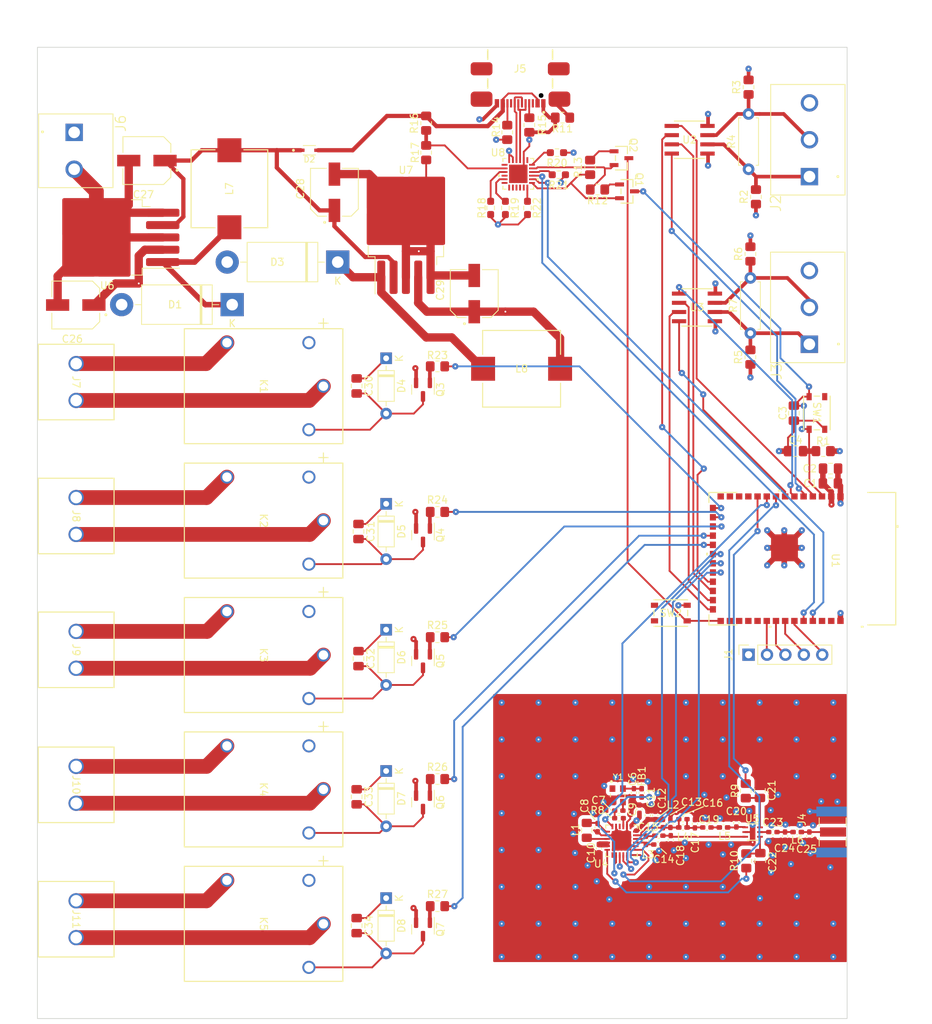
<source format=kicad_pcb>
(kicad_pcb (version 20221018) (generator pcbnew)
  (layers (0 "F.Cu" signal) (1 "In1.Cu" power) (2 "In2.Cu" power) (31 "B.Cu" jumper) (34 "B.Paste" user) (35 "F.Paste" user) (36 "B.SilkS" user "B.Silkscreen") (37 "F.SilkS" user "F.Silkscreen") (38 "B.Mask" user) (39 "F.Mask" user) (44 "Edge.Cuts" user))
  (net 0 "")
  (net 1 "GNDREF")
  (net 2 "+12V")
  (net 3 "Net-(D3-K)")
  (net 4 "Net-(D4-A)")
  (net 5 "+3.3V")
  (net 6 "+5V")
  (net 7 "Net-(D5-A)")
  (net 8 "Net-(D6-A)")
  (net 9 "Net-(D8-A)")
  (net 10 "Net-(U4-VBAT)")
  (net 11 "Net-(J7-Pin_2)")
  (net 12 "Net-(J7-Pin_1)")
  (net 13 "JTAG_TCK")
  (net 14 "Net-(J8-Pin_2)")
  (net 15 "Net-(J8-Pin_1)")
  (net 16 "JTAG_TDO")
  (net 17 "JTAG_TDI")
  (net 18 "Net-(J9-Pin_1)")
  (net 19 "JTAG_TMS")
  (net 20 "Net-(J10-Pin_2)")
  (net 21 "Net-(J10-Pin_1)")
  (net 22 "Net-(Q3-G)")
  (net 23 "Net-(J11-Pin_2)")
  (net 24 "Net-(J11-Pin_1)")
  (net 25 "Net-(Q4-G)")
  (net 26 "Net-(Q5-G)")
  (net 27 "Net-(Q6-G)")
  (net 28 "Net-(Q7-G)")
  (net 29 "ESP32_UART_TX")
  (net 30 "ESP32_UART_RX")
  (net 31 "Net-(D1-K)")
  (net 32 "Net-(D7-A)")
  (net 33 "Net-(J2-Pin_1)")
  (net 34 "Net-(J2-Pin_2)")
  (net 35 "Net-(J3-Pin_1)")
  (net 36 "Net-(J3-Pin_2)")
  (net 37 "Net-(J9-Pin_2)")
  (net 39 "Net-(Y1-OUTPUT)")
  (net 40 "Net-(U4-DIO3)")
  (net 41 "Net-(Y1-VDD)")
  (net 42 "Net-(U4-XTA)")
  (net 44 "Net-(U4-VREG)")
  (net 45 "Net-(U4-DCC_SW)")
  (net 46 "/LoRa Interface/DIO2")
  (net 48 "LoRa_BUSY")
  (net 49 "MISO")
  (net 50 "MOSI")
  (net 51 "SCK")
  (net 52 "LoRa_SPI_CS")
  (net 53 "Net-(U4-RFI_P)")
  (net 54 "Net-(U4-RFI_N)")
  (net 55 "Net-(U4-RFO)")
  (net 56 "Net-(U4-VR_PA)")
  (net 57 "Net-(Q1-B)")
  (net 58 "RTS")
  (net 59 "EN")
  (net 60 "Net-(Q2-B)")
  (net 61 "DTR")
  (net 62 "BOOT_MODE")
  (net 63 "RS-485_1_RX")
  (net 64 "RS-485_1_TX")
  (net 65 "RS-485_2_RX")
  (net 66 "RS-485_2_TX")
  (net 71 "RELAY_1")
  (net 72 "RELAY_2")
  (net 73 "RELAY_3")
  (net 74 "RELAY_4")
  (net 75 "RELAY_5")
  (net 76 "RS-485_1_RX_EN")
  (net 77 "RS-485_1_TX_EN")
  (net 78 "RS-485_2_RX_EN")
  (net 79 "RS-485_2_TX_EN")
  (net 86 "USB_D+")
  (net 87 "USB_D-")
  (net 88 "ANT_SW")
  (net 89 "Net-(J4-In)")
  (net 90 "Net-(C7-Pad2)")
  (net 91 "Net-(U5-VC1)")
  (net 92 "Net-(U5-VC2)")
  (net 93 "Net-(U8-VBUS)")
  (net 94 "VBUS")
  (net 95 "Net-(U8-RSTb)")
  (net 96 "Net-(U8-GPIO.3{slash}WAKEUP)")
  (net 97 "Net-(U8-DCD)")
  (net 98 "Net-(U8-DSR)")
  (net 99 "Net-(U8-CTS)")
  (net 100 "Net-(U5-RF1)")
  (net 101 "Net-(U5-RF2)")
  (net 102 "Net-(U5-RFC)")
  (net 112 "Net-(C16-Pad2)")
  (net 113 "Net-(C19-Pad2)")
  (net 114 "Net-(C23-Pad2)")
  (net 115 "Net-(J5-SHELL_GND)")
  (net 117 "Net-(J5-CC2)")
  (net 118 "Net-(J5-CC1)")
  (footprint "Resistor_SMD:R_0805_2012Metric_Pad1.20x1.40mm_HandSolder" (layer "F.Cu") (at 135.415001 127.889)
    (fp_text reference "R26")
    (fp_text value "100Ω")
  )
  (footprint "Capacitor_SMD:C_0402_1005Metric_Pad0.74x0.62mm_HandSolder" (layer "F.Cu") (at 164.406114 132.8921 90)
    (fp_text reference "C11")
    (fp_text value "47nF")
  )
  (footprint "Library:DR1050" (layer "F.Cu") (at 106.7308 46.5074 90)
    (fp_text reference "L7")
    (fp_text value "68 uH")
  )
  (footprint "Inductor_SMD:L_0402_1005Metric_Pad0.77x0.64mm_HandSolder" (layer "F.Cu") (at 174.845514 134.5605)
    (fp_text reference "L5")
    (fp_text value "9.1nH")
  )
  (footprint "Inductor_SMD:L_0805_2012Metric_Pad1.15x1.40mm_HandSolder" (layer "F.Cu") (at 155.998714 134.9582 -90)
    (fp_text reference "L1")
    (fp_text value "15uH")
  )
  (footprint "Package_TO_SOT_SMD:SOT-23" (layer "F.Cu") (at 133.418501 94.264999 -90)
    (fp_text reference "Q4")
    (fp_text value "2N7002")
  )
  (footprint "Resistor_SMD:R_0805_2012Metric_Pad1.20x1.40mm_HandSolder" (layer "F.Cu") (at 152.654 36.703 180)
    (fp_text reference "R11")
    (fp_text value "1MΩ")
  )
  (footprint "Library:DR1050" (layer "F.Cu") (at 147.0152 71.3232)
    (fp_text reference "L8")
    (fp_text value "68 uH")
  )
  (footprint "Library:SOD2513X120N" (layer "F.Cu") (at 117.7582 41.1988)
    (fp_text reference "D2")
    (fp_text value "BAT760-7")
  )
  (footprint "Resistor_SMD:R_0805_2012Metric_Pad1.20x1.40mm_HandSolder" (layer "F.Cu") (at 135.415001 145.415)
    (fp_text reference "R27")
    (fp_text value "100Ω")
  )
  (footprint "Resistor_SMD:R_0805_2012Metric_Pad1.20x1.40mm_HandSolder" (layer "F.Cu") (at 148.082 37.719 -90)
    (fp_text reference "R15")
    (fp_text value "5.11kΩ")
  )
  (footprint "Library:SW4_PTS815 SJM 250 SMTR LFS_CNK" (layer "F.Cu") (at 167.5892 105.0036 180)
    (fp_text reference "SW2")
    (fp_text value "Boot mode")
  )
  (footprint "Capacitor_SMD:C_0402_1005Metric_Pad0.74x0.62mm_HandSolder" (layer "F.Cu") (at 160.418314 132.2404 180)
    (fp_text reference "C7")
    (fp_text value "10pF")
  )
  (footprint "Library:R_8_ADI" (layer "F.Cu") (at 170.18 39.751)
    (fp_text reference "U2")
    (fp_text value "ADM3483ARZ")
  )
  (footprint "Library:CUI_TB007-508-02BE" (layer "F.Cu") (at 85.3275 38.735 -90)
    (fp_text reference "J6")
    (fp_text value "POWER IN")
  )
  (footprint "Library:RELAY_G5LE-1A DC5_OMR" (layer "F.Cu") (at 103.192501 110.786599 -90)
    (fp_text reference "K3")
    (fp_text value "G5LE-1A4 DC12")
  )
  (footprint "Resistor_SMD:R_0603_1608Metric_Pad0.98x0.95mm_HandSolder" (layer "F.Cu") (at 151.892 41.529 180)
    (fp_text reference "R20")
    (fp_text value "2kΩ")
  )
  (footprint "Connector_PinSocket_2.54mm:PinSocket_1x05_P2.54mm_Vertical" (layer "F.Cu") (at 178.308 110.744 90)
    (fp_text reference "J1")
    (fp_text value "JTAG Interface")
  )
  (footprint "Diode_THT:D_DO-35_SOD27_P7.62mm_Horizontal" (layer "F.Cu") (at 128.338501 144.302999 -90)
    (fp_text reference "D8")
    (fp_text value "1N4148")
  )
  (footprint "Library:TB004-508-02BE_CUD" (layer "F.Cu") (at 85.598 89.081199 -90)
    (fp_text reference "J8")
    (fp_text value "Relay 4 Ctrl.")
  )
  (footprint "Diode_THT:D_DO-35_SOD27_P7.62mm_Horizontal" (layer "F.Cu") (at 128.338501 89.946999 -90)
    (fp_text reference "D5")
    (fp_text value "1N4148")
  )
  (footprint "Resistor_SMD:R_0805_2012Metric_Pad1.20x1.40mm_HandSolder" (layer "F.Cu") (at 188.595 82.677 180)
    (fp_text reference "R1")
    (fp_text value "10kΩ")
  )
  (footprint "Library:SW4_PTS815 SJM 250 SMTR LFS_CNK" (layer "F.Cu") (at 187.7314 77.4192 -90)
    (fp_text reference "SW1")
    (fp_text value "RESET")
  )
  (footprint "Library:TRAN_SS8050-G_CIP" (layer "F.Cu") (at 160.782 42.291 -90)
    (fp_text reference "Q2")
    (fp_text value "SS8050-G")
  )
  (footprint "Resistor_SMD:R_0805_2012Metric_Pad1.20x1.40mm_HandSolder" (layer "F.Cu") (at 177.927 129.5146 -90)
    (fp_text reference "R9")
    (fp_text value "100Ω")
  )
  (footprint "Library:QFN24_4X4_SEM" (layer "F.Cu") (at 160.789114 136.3933 -90)
    (fp_text reference "U4")
    (fp_text value "SX1262IMLTRT")
  )
  (footprint "Diode_THT:D_DO-35_SOD27_P7.62mm_Horizontal" (layer "F.Cu") (at 128.338501 69.880999 -90)
    (fp_text reference "D4")
    (fp_text value "1N4148")
  )
  (footprint "Package_TO_SOT_SMD:TO-263-5_TabPin3" (layer "F.Cu") (at 131.064 51.057 90)
    (fp_text reference "U7")
    (fp_text value "LM2595S-3.3")
  )
  (footprint "Capacitor_SMD:C_0402_1005Metric_Pad0.74x0.62mm_HandSolder" (layer "F.Cu") (at 165.447514 132.9008 90)
    (fp_text reference "C12")
    (fp_text value "47pF")
  )
  (footprint "Library:CAP_EEEFNV121XUP" (layer "F.Cu") (at 140.4874 60.96 90)
    (fp_text reference "C29")
    (fp_text value "120 uF")
  )
  (footprint "Capacitor_SMD:C_0402_1005Metric_Pad0.74x0.62mm_HandSolder" (layer "F.Cu") (at 157.675114 137.4728 -90)
    (fp_text reference "C10")
    (fp_text value "100nF")
  )
  (footprint "Capacitor_SMD:C_0402_1005Metric_Pad0.74x0.62mm_HandSolder" (layer "F.Cu") (at 181.661064 135.1955)
    (fp_text reference "C23")
    (fp_text value "39pF")
  )
  (footprint "Capacitor_SMD:C_0402_1005Metric_Pad0.74x0.62mm_HandSolder" (layer "F.Cu") (at 183.337464 135.7543 90)
    (fp_text reference "C24")
    (fp_text value "3.3pF")
  )
  (footprint "Inductor_SMD:L_0402_1005Metric_Pad0.77x0.64mm_HandSolder" (layer "F.Cu") (at 164.152114 136.3298 90)
    (fp_text reference "L3")
    (fp_text value "15nH")
  )
  (footprint "Resistor_SMD:R_0805_2012Metric_Pad1.20x1.40mm_HandSolder" (layer "F.Cu") (at 178.308 32.504 90)
    (fp_text reference "R3")
    (fp_text value "1k")
  )
  (footprint "Resistor_SMD:R_0402_1005Metric_Pad0.72x0.64mm_HandSolder" (layer "F.Cu") (at 160.443714 133.2818)
    (fp_text reference "R8")
    (fp_text value "220Ω")
  )
  (footprint "Library:RELAY_G5LE-1A DC5_OMR" (layer "F.Cu") (at 103.192501 92.256199 -90)
    (fp_text reference "K2")
    (fp_text value "G5LE-1A4 DC12")
  )
  (footprint "Resistor_SMD:R_0805_2012Metric_Pad1.20x1.40mm_HandSolder" (layer "F.Cu") (at 157.48 46.609)
    (fp_text reference "R12")
    (fp_text value "10k")
  )
  (footprint "Library:CAP_EEEFNV121XUP" (layer "F.Cu") (at 85.5472 62.5348 180)
    (fp_text reference "C26")
    (fp_text value "120 uF")
  )
  (footprint "Capacitor_SMD:C_0805_2012Metric_Pad1.18x1.45mm_HandSolder" (layer "F.Cu") (at 184.785 82.677 180)
    (fp_text reference "C4")
    (fp_text value "0.1uF")
  )
  (footprint "Package_TO_SOT_SMD:TO-263-5_TabPin3" (layer "F.Cu") (at 89.886 53.213 180)
    (fp_text reference "U6")
    (fp_text value "LM2595S-5")
  )
  (footprint "Resistor_SMD:R_0805_2012Metric_Pad1.20x1.40mm_HandSolder" (layer "F.Cu") (at 133.858 41.529 -90)
    (fp_text reference "R17")
    (fp_text value "47.5kΩ")
  )
  (footprint "Capacitor_SMD:C_0402_1005Metric_Pad0.74x0.62mm_HandSolder" (layer "F.Cu") (at 176.623514 133.9255 90)
    (fp_text reference "C20")
    (fp_text value "3.0pF")
  )
  (footprint "Inductor_SMD:L_0402_1005Metric_Pad0.77x0.64mm_HandSolder" (layer "F.Cu") (at 166.488914 134.0184 90)
    (fp_text reference "L2")
    (fp_text value "47nH")
  )
  (footprint "Library:CAP_EEEFNV121XUP" (layer "F.Cu") (at 121.2088 46.99 90)
    (fp_text reference "C28")
    (fp_text value "120 uF")
  )
  (footprint "MountingHole:MountingHole_3.2mm_M3" (layer "F.Cu") (at 187.6552 156.591)
    (fp_text reference "REF**" hide)
    (fp_text value "MountingHole_3.2mm_M3")
  )
  (footprint "Resistor_SMD:R_0805_2012Metric_Pad1.20x1.40mm_HandSolder" (layer "F.Cu") (at 179.324 47.625 90)
    (fp_text reference "R2")
    (fp_text value "1k")
  )
  (footprint "Capacitor_SMD:C_0402_1005Metric_Pad0.74x0.62mm_HandSolder" (layer "F.Cu") (at 163.263114 132.0372 90)
    (fp_text reference "C9")
    (fp_text value "10nF")
  )
  (footprint "Capacitor_SMD:C_0402_1005Metric_Pad0.74x0.62mm_HandSolder" (layer "F.Cu") (at 169.257514 133.4175)
    (fp_text reference "C16")
    (fp_text value "3.3pF")
  )
  (footprint "Capacitor_SMD:C_0805_2012Metric_Pad1.18x1.45mm_HandSolder" (layer "F.Cu") (at 124.274501 73.690999 -90)
    (fp_text reference "C30")
    (fp_text value "0.1 uF")
  )
  (footprint "Library:TB004-508-02BE_CUD" (layer "F.Cu") (at 85.598 126.141999 -90)
    (fp_text reference "J10")
    (fp_text value "Relay 5 Ctrl.")
  )
  (footprint "Library:CUI_TB007-508-03BE" (layer "F.Cu") (at 186.7065 44.831 90)
    (fp_text reference "J2")
    (fp_text value "Screw_Terminal_01x03")
  )
  (footprint "Capacitor_SMD:C_0805_2012Metric_Pad1.18x1.45mm_HandSolder" (layer "F.Cu") (at 124.528501 93.756999 -90)
    (fp_text reference "C31")
    (fp_text value "0.1 uF")
  )
  (footprint "Inductor_SMD:L_0402_1005Metric_Pad0.77x0.64mm_HandSolder" (layer "F.Cu") (at 163.567914 129.7883 90)
    (fp_text reference "FB1")
    (fp_text value "10Ω@100MHz")
  )
  (footprint "Resistor_SMD:R_0805_2012Metric_Pad1.20x1.40mm_HandSolder" (layer "F.Cu") (at 135.415001 91.059)
    (fp_text reference "R24")
    (fp_text value "100Ω")
  )
  (footprint "Package_TO_SOT_SMD:SOT-23" (layer "F.Cu") (at 133.418501 131.094999 -90)
    (fp_text reference "Q6")
    (fp_text value "2N7002")
  )
  (footprint "Resistor_SMD:R_0805_2012Metric_Pad1.20x1.40mm_HandSolder" (layer "F.Cu") (at 135.415001 70.993 180)
    (fp_text reference "R23")
    (fp_text value "100Ω")
  )
  (footprint "Library:TB004-508-02BE_CUD" (layer "F.Cu") (at 85.598 144.672399 -90)
    (fp_text reference "J11")
    (fp_text value "Relay 3 Ctrl.")
  )
  (footprint "Library:TRAN_SS8050-G_CIP" (layer "F.Cu") (at 161.544 46.863 -90)
    (fp_text reference "Q1")
    (fp_text value "SS8050-G")
  )
  (footprint "Library:CAP_EEEFNV121XUP" (layer "F.Cu") (at 95.3516 42.6212 180)
    (fp_text reference "C27")
    (fp_text value "120 uF")
  )
  (footprint "Library:CUI_TB007-508-03BE" (layer "F.Cu") (at 186.69 67.945 90)
    (fp_text reference "J3")
    (fp_text value "Screw_Terminal_01x03")
  )
  (footprint "Resistor_SMD:R_0603_1608Metric_Pad0.98x0.95mm_HandSolder" (layer "F.Cu") (at 144.78 49.149 90)
    (fp_text reference "R19")
    (fp_text value "2kΩ")
  )
  (footprint "Capacitor_SMD:C_0402_1005Metric_Pad0.74x0.62mm_HandSolder" (layer "F.Cu") (at 157.497314 134.5772 -90)
    (fp_text reference "C8")
    (fp_text value "470nF")
  )
  (footprint "MountingHole:MountingHole_3.2mm_M3" (layer "F.Cu") (at 186.817 51.435)
    (fp_text reference "REF**" hide)
    (fp_text value "MountingHole_3.2mm_M3")
  )
  (footprint "Inductor_SMD:L_0402_1005Metric_Pad0.77x0.64mm_HandSolder" (layer "F.Cu") (at 185.013864 135.1955)
    (fp_text reference "L6")
    (fp_text value "9.1nH")
  )
  (footprint "Resistor_SMD:R_0805_2012Metric_Pad1.20x1.40mm_HandSolder" (layer "F.Cu") (at 178.562 55.499 90)
    (fp_text reference "R6")
    (fp_text value "1k")
  )
  (footprint "Library:GCT_USB4105GFA" (layer "F.Cu") (at 146.814 29.972 180)
    (fp_text reference "J5")
    (fp_text value "USB4105GFA")
  )
  (footprint "Capacitor_SMD:C_0402_1005Metric_Pad0.74x0.62mm_HandSolder" (layer "F.Cu") (at 186.690264 135.7543 90)
    (fp_text reference "C25")
    (fp_text value "3.3pF")
  )
  (footprint "MountingHole:MountingHole_3.2mm_M3" (layer "F.Cu") (at 84.582 156.464)
    (fp_text reference "REF**" hide)
    (fp_text value "MountingHole_3.2mm_M3")
  )
  (footprint "Capacitor_SMD:C_0402_1005Metric_Pad0.74x0.62mm_HandSolder" (layer "F.Cu") (at 165.811814 136.914)
    (fp_text reference "C14")
    (fp_text value "1.8pF")
  )
  (footprint "Capacitor_SMD:C_0402_1005Metric_Pad0.74x0.62mm_HandSolder" (layer "F.Cu") (at 167.530314 134.0017 90)
    (fp_text reference "C13")
    (fp_text value "8.2pF")
  )
  (footprint "Package_TO_SOT_SMD:SOT-23" (layer "F.Cu") (at 133.418501 74.198999 -90)
    (fp_text reference "Q3")
    (fp_text value "2N7002")
  )
  (footprint "Capacitor_SMD:C_0402_1005Metric_Pad0.74x0.62mm_HandSolder" (layer "F.Cu") (at 172.559514 134.5605)
    (fp_text reference "C19")
    (fp_text value "39pF")
  )
  (footprint "Library:OSC_ECS-TXO-2520-33-320-AN-TR" (layer "F.Cu") (at 160.265914 130.1322 -90)
    (fp_text reference "Y1")
    (fp_text value "32 MHz")
  )
  (footprint "Diode_THT:D_DO-201AD_P15.24mm_Horizontal" (layer "F.Cu") (at 107.1118 62.484 180)
    (fp_text reference "D1")
    (fp_text value "1N5822")
  )
  (footprint "Capacitor_SMD:C_0805_2012Metric_Pad1.18x1.45mm_HandSolder" (layer "F.Cu") (at 124.274501 148.091499 -90)
    (fp_text reference "C34")
    (fp_text value "0.1 uF")
  )
  (footprint "Package_TO_SOT_SMD:SOT-23" (layer "F.Cu") (at 133.418501 148.620999 -90)
    (fp_text reference "Q7")
    (fp_text value "2N7002")
  )
  (footprint "Resistor_SMD:R_0805_2012Metric_Pad1.20x1.40mm_HandSolder" (layer "F.Cu") (at 178.562 69.723 90)
    (fp_text reference "R5")
    (fp_text value "1k")
  )
  (footprint "Capacitor_SMD:C_0402_1005Metric_Pad0.74x0.62mm_HandSolder" (layer "F.Cu") (at 165.930114 135.6948)
    (fp_text reference "C15")
    (fp_text value "2.4pF")
  )
  (footprint "Resistor_SMD:R_0805_2012Metric_Pad1.20x1.40mm_HandSolder" (layer "F.Cu") (at 135.415001 108.331)
    (fp_text reference "R25")
    (fp_text value "100Ω")
  )
  (footprint "Library:TB004-508-02BE_CUD" (layer "F.Cu") (at 85.598 70.612 -90)
    (fp_text reference "J7")
    (fp_text value "Relay 1 Ctrl.")
  )
  (footprint "Resistor_SMD:R_0805_2012Metric_Pad1.20x1.40mm_HandSolder" (layer "F.Cu") (at 145.034 38.735 -90)
    (fp_text reference "R14")
    (fp_text value "5.11kΩ")
  )
  (footprint "Resistor_SMD:R_0805_2012Metric_Pad1.20x1.40mm_HandSolder" (layer "F.Cu") (at 177.995114 139.1579 90)
    (fp_text reference "R10")
    (fp_text value "100Ω")
  )
  (footprint "Resistor_SMD:R_0805_2012Metric_Pad1.20x1.40mm_HandSolder" (layer "F.Cu") (at 133.858 37.465 90)
    (fp_text reference "R16")
    (fp_text value "22.1kΩ")
  )
  (footprint "Diode_THT:D_DO-201AD_P15.24mm_Horizontal" (layer "F.Cu") (at 121.666 56.6166 180)
    (fp_text reference "D3")
    (fp_text value "1N5822")
  )
  (footprint "Capacitor_SMD:C_0402_1005Metric_Pad0.74x0.62mm_HandSolder" (layer "F.Cu") (at 167.581114 136.2536 90)
    (fp_text reference "C18")
    (fp_text value "1.8pF")
  )
  (footprint "Capacitor_SMD:C_0805_2012Metric_Pad1.18x1.45mm_HandSolder" (layer "F.Cu") (at 179.874714 129.4551 90)
    (fp_text reference "C21")
    (fp_text value "100nF")
  )
  (footprint "Library:RELAY_G5LE-1A DC5_OMR" (layer "F.Cu") (at 103.192501 147.847399 -90)
    (fp_text reference "K5")
    (fp_text value "G5LE-1A4 DC12")
  )
  (footprint "Capacitor_SMD:C_0805_2012Metric_Pad1.18x1.45mm_HandSolder" (layer "F.Cu") (at 189.5895 87.122)
    (fp_text reference "C1")
    (fp_text value "22uF")
  )
  (footprint "Resistor_SMD:R_0603_1608Metric_Pad0.98x0.95mm_HandSolder" (layer "F.Cu") (at 147.828 49.149 90)
    (fp_text reference "R22")
    (fp_text value "2kΩ")
  )
  (footprint "Library:RELAY_G5LE-1A DC5_OMR" (layer "F.Cu") (at 103.192501 73.725799 -90)
    (fp_text reference "K1")
    (fp_text value "G5LE-1A4 DC12")
  )
  (footprint "MountingHole:MountingHole_3.2mm_M3" (layer "F.Cu") (at 84.709 31.7246)
    (fp_text reference "REF**" hide)
    (fp_text value "MountingHole_3.2mm_M3")
  )
  (footprint "Resistor_SMD:R_0805_2012Metric_Pad1.20x1.40mm_HandSolder" (layer "F.Cu") (at 156.464 43.561 90)
    (fp_text reference "R13")
    (fp_text value "10k")
  )
  (footprint "Library:ESP32-S3-WROOM-1_EXP" (layer "F.Cu") (at 185.7218 97.507699 -90)
    (fp_text reference "U1")
    (fp_text value "~")
  )
  (footprint "Capacitor_SMD:C_0805_2012Metric_Pad1.18x1.45mm_HandSolder" (layer "F.Cu") (at 124.274501 130.332999 -90)
    (fp_text reference "C33")
    (fp_text value "0.1 uF")
  )
  (footprint "Resistor_SMD:R_0603_1608Metric_Pad0.98x0.95mm_HandSolder" (layer "F.Cu") (at 142.748 49.149 90)
    (fp_text reference "R18")
    (fp_text value "2kΩ")
  )
  (footprint "Connector_Coaxial:SMA_Samtec_SMA-J-P-X-ST-EM1_EdgeMount" (layer "F.Cu") (at 189.755314 135.1868 90)
    (fp_text reference "J4")
    (fp_text value "SMA")
  )
  (footprint "Diode_THT:D_DO-35_SOD27_P7.62mm_Horizontal" (layer "F.Cu") (at 128.338501 107.297499 -90)
    (fp_text reference "D6")
    (fp_text value "1N4148")
  )
  (footprint "Library:R_8_ADI" (layer "F.Cu") (at 171.196 62.865)
    (fp_text reference "U3")
    (fp_text value "ADM3483ARZ")
  )
  (footprint "Library:RELAY_G5LE-1A DC5_OMR" (layer "F.Cu") (at 103.192501 129.316999 -90)
    (fp_text reference "K4")
    (fp_text value "G5LE-1A4 DC12")
  )
  (footprint "Capacitor_SMD:C_0805_2012Metric_Pad1.18x1.45mm_HandSolder" (layer "F.Cu") (at 189.611 85.09)
    (fp_text reference "C2")
    (fp_text value "0.1uF")
  )
  (footprint "Resistor_SMD:R_0603_1608Metric_Pad0.98x0.95mm_HandSolder" (layer "F.Cu") (at 152.146 44.577 180)
    (fp_text reference "R21")
    (fp_text value "2kΩ")
  )
  (footprint "Capacitor_SMD:C_0402_1005Metric_Pad0.74x0.62mm_HandSolder" (layer "F.Cu") (at 170.908514 134.0525 90)
    (fp_text reference "C17")
    (fp_text value "8.2pF")
  )
  (footprint "Package_TO_SOT_SMD:SOT-23" (layer "F.Cu") (at 133.418501 111.615499 -90)
    (fp_text reference "Q5")
    (fp_text value "2N7002")
  )
  (footprint "Capacitor_SMD:C_0805_2012Metric_Pad1.18x1.45mm_HandSolder" (layer "F.Cu") (at 184.5564 77.4446 -90)
    (fp_text reference "C3")
    (fp_text value "1uF")
  )
  (footprint "Inductor_SMD:L_0402_1005Metric_Pad0.77x0.64mm_HandSolder" (layer "F.Cu") (at 169.257514 134.5605)
    (fp_text reference "L4")
    (fp_text value "2.2nH")
  )
  (footprint "Resistor_THT:R_Axial_DIN0207_L6.3mm_D2.5mm_P7.62mm_Horizontal" (layer "F.Cu") (at 178.562 66.421 90)
    (fp_text reference "R7")
    (fp_text value "120")
  )
  (footprint "Capacitor_SMD:C_0805_2012Metric_Pad1.18x1.45mm_HandSolder" (layer "F.Cu") (at 124.528501 111.282999 -90)
    (fp_text reference "C32")
    (fp_text value "0.1 uF")
  )
  (footprint "Capacitor_SMD:C_0402_1005Metric_Pad0.74x0.62mm_HandSolder" (layer "F.Cu") (at 162.501114 129.7766 -90)
    (fp_text reference "C6")
    (fp_text value "100nF")
  )
  (footprint "Library:TB004-508-02BE_CUD" (layer "F.Cu") (at 85.598 107.5309 -90)
    (fp_text reference "J9")
    (fp_text value "Relay 2 Ctrl.")
  )
  (footprint "Diode_THT:D_DO-35_SOD27_P7.62mm_Horizontal" (layer "F.Cu") (at 128.338501 126.776999 -90)
    (fp_text reference "D7")
    (fp_text value "1N4148")
  )
  (footprint "Library:QFN24_SIL" (layer "F.Cu") (at 146.558 44.45 -90)
    (fp_text reference "U8")
    (fp_text value "CP2102N-A02-GQFN24R")
  )
  (footprint "Library:MINISO6_CG21_CEL" (layer "F.Cu") (at 178.868514 135.1955)
    (fp_text reference "U5")
    (fp_text value "CG2179M2")
  )
  (footprint "Resistor_THT:R_Axial_DIN0207_L6.3mm_D2.5mm_P7.62mm_Horizontal" (layer "F.Cu") (at 178.308 43.815 90)
    (fp_text reference "R4")
    (fp_text value "120")
  )
  (footprint "Capacitor_SMD:C_0805_2012Metric_Pad1.18x1.45mm_HandSolder" (layer "F.Cu") (at 179.925514 139.1325 -90)
    (fp_text reference "C22")
    (fp_text value "100nF")
  )
  (gr_line (start 158.496 132.4864) (end 159.385 133.223) (stroke (width 0.15)) (layer "F.SilkS"))
  (gr_line (start 164.973 135.001) (end 165.227 135.255) (stroke (width 0.15)) (layer "F.SilkS"))
  (gr_line (start 166.9796 138.176) (end 166.2684 137.5156) (stroke (width 0.15)) (layer "F.SilkS"))
  (gr_line (start 158.369 131.191) (end 159.385 132.207) (stroke (width 0.15)) (layer "F.SilkS"))
  (gr_line (start 169.291 132.842) (end 172.085 131.699) (stroke (width 0.15)) (layer "F.SilkS"))
  (gr_line (start 169.545 131.699) (end 167.513 132.842) (stroke (width 0.15)) (layer "F.SilkS"))
  (gr_line (start 167.259 132.08) (end 166.243 132.842) (stroke (width 0.15)) (layer "F.SilkS"))
  (gr_line (start 156.21 132.334) (end 157.099 133.477) (stroke (width 0.15)) (layer "F.SilkS"))
  (gr_rect (start 80.264 27.0002) (end 191.897 160.909) (stroke (width 0.1)) (fill none) (layer "Edge.Cuts"))
  (segment (start 160.381414 130.2167) (end 159.540914 131.0572) (width 0.381) (layer "F.Cu") (net 1))
  (segment (start 143.614 34.727) (end 143.614 35.002) (width 0.508) (layer "F.Cu") (net 1))
  (segment (start 148.082 38.719) (end 150.765 38.719) (width 0.508) (layer "F.Cu") (net 1))
  (segment (start 183.22925 98.425) (end 183.22925 96.04375) (width 0.762) (layer "F.Cu") (net 1))
  (segment (start 180.87975 98.39325) (end 183.261 96.012) (width 0.762) (layer "F.Cu") (net 1))
  (segment (start 180.87975 93.63075) (end 183.261 96.012) (width 0.762) (layer "F.Cu") (net 1))
  (segment (start 178.5025 135.1955) (end 177.852514 135.1955) (width 0.254) (layer "F.Cu") (net 1))
  (segment (start 178.8668 134.194717) (end 178.8668 135.5598) (width 0.762) (layer "F.Cu") (net 1))
  (segment (start 158.3436 128.8796) (end 158.3944 128.8288) (width 0.508) (layer "F.Cu") (net 1))
  (segment (start 166.1668 132.3333) (end 166.2691 132.4356) (width 0.254) (layer "F.Cu") (net 1))
  (segment (start 88.386 46.8735) (end 85.3275 43.815) (width 2.032) (layer "F.Cu") (net 1))
  (segment (start 160.039113 134.4248) (end 160.039113 135.643299) (width 0.254) (layer "F.Cu") (net 1))
  (segment (start 132.468501 91.1605) (end 132.367001 91.059) (width 0.508) (layer "F.Cu") (net 1))
  (segment (start 185.64225 98.39325) (end 183.261 96.012) (width 0.762) (layer "F.Cu") (net 1))
  (segment (start 164.338 128.1684) (end 164.3888 128.2192) (width 0.508) (layer "F.Cu") (net 1))
  (segment (start 172.7962 136.9314) (end 172.7708 136.906) (width 0.508) (layer "F.Cu") (net 1))
  (segment (start 184.5564 78.4821) (end 184.5564 80.01) (width 0.254) (layer "F.Cu") (net 1))
  (segment (start 131.064 55.121) (end 132.842 55.121) (width 1.143) (layer "F.Cu") (net 1))
  (segment (start 97.536 53.213) (end 88.386 53.213) (width 1.143) (layer "F.Cu") (net 1))
  (segment (start 183.22925 96.04375) (end 183.261 96.012) (width 0.762) (layer "F.Cu") (net 1))
  (segment (start 160.039113 135.643299) (end 160.789114 136.3933) (width 0.254) (layer "F.Cu") (net 1))
  (segment (start 189.755314 132.3618) (end 189.5626 132.3618) (width 0.762) (layer "F.Cu") (net 1))
  (segment (start 158.820614 135.643299) (end 157.995913 135.643299) (width 0.254) (layer "F.Cu") (net 1))
  (segment (start 178.8668 136.6012) (end 178.8668 135.5598) (width 0.762) (layer "F.Cu") (net 1))
  (segment (start 150.014 34.727) (end 150.014 35.841) (width 0.508) (layer "F.Cu") (net 1))
  (segment (start 130.4166 48.9096) (end 131.064 49.557) (width 0.762) (layer "F.Cu") (net 1))
  (segment (start 131.064 58.707) (end 131.064 55.121) (width 1.143) (layer "F.Cu") (net 1))
  (segment (start 190.9826 88.933899) (end 190.9755 88.926799) (width 0.762) (layer "F.Cu") (net 1))
  (segment (start 190.9826 89.8906) (end 190.9826 88.933899) (width 0.762) (layer "F.Cu") (net 1))
  (segment (start 190.627 87.122) (end 190.627 85.1115) (width 0.762) (layer "F.Cu") (net 1))
  (segment (start 132.468501 108.9405) (end 132.113001 108.585) (width 0.508) (layer "F.Cu") (net 1))
  (segment (start 165.7604 129.8448) (end 165.7604 129.7432) (width 0.508) (layer "F.Cu") (net 1))
  (segment (start 165.438814 132.3246) (end 165.447514 132.3333) (width 0.508) (layer "F.Cu") (net 1))
  (segment (start 165.9097 137.8235) (end 165.9636 137.7696) (width 0.508) (layer "F.Cu") (net 1))
  (segment (start 189.752914 132.3594) (end 189.755314 132.3618) (width 0.762) (layer "F.Cu") (net 1))
  (segment (start 83.0472 58.5518) (end 83.0472 62.5348) (width 1.143) (layer "F.Cu") (net 1))
  (segment (start 190.627 85.1115) (end 190.6485 85.09) (width 0.762) (layer "F.Cu") (net 1))
  (segment (start 150.876 36.703) (end 151.654 36.703) (width 0.508) (layer "F.Cu") (net 1))
  (segment (start 133.858 47.113) (end 133.839 47.132) (width 0.254) (layer "F.Cu") (net 1))
  (segment (start 143.526 39.735) (end 143.51 39.751) (width 0.254) (layer "F.Cu") (net 1))
  (segment (start 166.1668 132.3333) (end 165.447514 132.3333) (width 0.254) (layer "F.Cu") (net 1))
  (segment (start 132.468501 128.2445) (end 132.367001 128.143) (width 0.508) (layer "F.Cu") (net 1))
  (segment (start 147.308001 42.5577) (end 147.308001 41.413999) (width 0.254) (layer "F.Cu") (net 1))
  (segment (start 132.468501 71.3485) (end 132.367001 71.247) (width 0.508) (layer "F.Cu") (net 1))
  (segment (start 125.997 44.49) (end 131.064 49.557) (width 1.143) (layer "F.Cu") (net 1))
  (segment (start 186.9558 138.0118) (end 186.8424 138.1252) (width 0.508) (layer "F.Cu") (net 1))
  (segment (start 161.539115 135.643299) (end 160.789114 136.3933) (width 0.254) (layer "F.Cu") (net 1))
  (segment (start 134.464 58.707) (end 134.464 55.121) (width 1.143) (layer "F.Cu") (net 1))
  (segment (start 158.820614 135.643299) (end 160.039113 135.643299) (width 0.254) (layer "F.Cu") (net 1))
  (segment (start 180.87975 93.599) (end 180.87975 93.63075) (width 0.762) (layer "F.Cu") (net 1))
  (segment (start 173.736 64.8462) (end 173.6598 64.77) (width 0.508) (layer "F.Cu") (net 1))
  (segment (start 140.4874 58.46) (end 134.711 58.46) (width 1.143) (layer "F.Cu") (net 1))
  (segment (start 91.786 49.813) (end 88.386 53.213) (width 1.143) (layer "F.Cu") (net 1))
  (segment (start 162.757614 137.143301) (end 161.539115 137.143301) (width 0.254) (layer "F.Cu") (net 1))
  (segment (start 132.842 55.121) (end 134.464 55.121) (width 1.143) (layer "F.Cu") (net 1))
  (segment (start 190.9755 106.088599) (end 190.9755 105.0107) (width 0.762) (layer "F.Cu") (net 1))
  (segment (start 134.464 55.121) (end 134.464 52.607) (width 1.143) (layer "F.Cu") (net 1))
  (segment (start 172.72 43.307) (end 172.72 41.7322) (width 0.508) (layer "F.Cu") (net 1))
  (segment (start 132.468501 110.677999) (end 132.468501 108.9405) (width 0.508) (layer "F.Cu") (net 1))
  (segment (start 187.619298 78.4821) (end 184.5564 78.4821) (width 0.254) (layer "F.Cu") (net 1))
  (segment (start 164.406114 132.3246) (end 165.438814 132.3246) (width 0.508) (layer "F.Cu") (net 1))
  (segment (start 190.9755 105.0107) (end 190.9826 105.0036) (width 0.254) (layer "F.Cu") (net 1))
  (segment (start 173.736 66.167) (end 173.736 64.8462) (width 0.508) (layer "F.Cu") (net 1))
  (segment (start 189.755314 132.3618) (end 188.5466 132.3618) (width 0.762) (layer "F.Cu") (net 1))
  (segment (start 185.64225 93.63075) (end 183.261 96.012) (width 0.762) (layer "F.Cu") (net 1))
  (segment (start 180.87975 96.012) (end 183.261 96.012) (width 0.762) (layer "F.Cu") (net 1))
  (segment (start 178.816 136.652) (end 178.8668 136.6012) (width 0.508) (layer "F.Cu") (net 1))
  (segment (start 143.614 35.002) (end 141.668 36.948) (width 0.508) (layer "F.Cu") (net 1))
  (segment (start 161.539115 134.4248) (end 161.539115 135.643299) (width 0.254) (layer "F.Cu") (net 1))
  (segment (start 190.0936 138.350086) (end 189.755314 138.0118) (width 0.508) (layer "F.Cu") (net 1))
  (segment (start 178.8668 135.5598) (end 178.5025 135.1955) (width 0.254) (layer "F.Cu") (net 1))
  (segment (start 97.536 49.813) (end 91.786 49.813) (width 1.143) (layer "F.Cu") (net 1))
  (segment (start 161.998214 131.4784) (end 161.998214 130.847) (width 0.508) (layer "F.Cu") (net 1))
  (segment (start 141.668 36.948) (end 141.1986 36.948) (width 0.508) (layer "F.Cu") (net 1))
  (segment (start 161.998214 132.7404) (end 161.998214 133.371022) (width 0.254) (layer "F.Cu") (net 1))
  (segment (start 168.6306 103.9368) (end 169.831002 103.9368) (width 0.254) (layer "F.Cu") (net 1))
  (segment (start 156.7688 132.588) (end 156.8196 132.5372) (width 0.508) (layer "F.Cu") (net 1))
  (segment (start 162.433614 130.2766) (end 161.841314 130.2766) (width 0.381) (layer "F.Cu") (net 1))
  (segment (start 150.765 38.719) (end 151.654 37.83) (width 0.508) (layer "F.Cu") (net 1))
  (segment (start 161.998214 133.371022) (end 161.539115 133.830121) (width 0.254) (layer "F.Cu") (net 1))
  (segment (start 161.998214 130.847) (end 162.501114 130.3441) (width 0.508) (layer "F.Cu") (net 1))
  (segment (start 121.2088 44.49) (end 125.997 44.49) (width 1.143) (layer "F.Cu") (net 1))
  (segment (start 182.02275 94.77375) (end 183.261 96.012) (width 0.762) (layer "F.Cu") (net 1))
  (segment (start 161.841314 130.2766) (end 161.781414 130.2167) (width 0.381) (layer "F.Cu") (net 1))
  (segment (start 145.034 39.735) (end 143.526 39.735) (width 0.254) (layer "F.Cu") (net 1))
  (segment (start 133.858 42.529) (end 133.858 47.113) (width 0.254) (layer "F.Cu") (net 1))
  (segment (start 178.308 31.504) (end 178.308 29.964) (width 0.508) (layer "F.Cu") (net 1))
  (segment (start 161.998214 132.7404) (end 161.998214 131.4784) (width 0.508) (layer "F.Cu") (net 1))
  (segment (start 134.464 52.607) (end 133.839 51.982) (width 0.762) (layer "F.Cu") (net 1))
  (segment (start 162.437214 130.2802) (end 162.433614 130.2766) (width 0.381) (layer "F.Cu") (net 1))
  (segment (start 183.7475 82.677) (end 182.499 82.677) (width 0.762) (layer "F.Cu") (net 1))
  (segment (start 188.806399 79.669201) (end 187.619298 78.4821) (width 0.254) (layer "F.Cu") (net 1))
  (segment (start 183.22925 93.599) (end 183.22925 95.98025) (width 0.762) (layer "F.Cu") (net 1))
  (segment (start 148.082 39.751) (end 148.082 38.719) (width 0.254) (layer "F.Cu") (net 1))
  (segment (start 132.468501 93.327499) (end 132.468501 91.1605) (width 0.508) (layer "F.Cu") (net 1))
  (segment (start 190.9755 87.4705) (end 190.627 87.122) (width 0.762) (layer "F.Cu") (net 1))
  (segment (start 189.755314 138.0118) (end 189.699 138.0118) (width 0.508) (layer "F.Cu") (net 1))
  (segment (start 163.263114 131.4697) (end 162.006914 131.4697) (width 0.508) (layer "F.Cu") (net 1))
  (segment (start 167.9448 137.7696) (end 167.9956 137.7188) (width 0.508) (layer "F.Cu") (net 1))
  (segment (start 161.539115 137.143301) (end 160.789114 136.3933) (width 0.254) (layer "F.Cu") (net 1))
  (segment (start 190.9755 88.926799) (end 190.9755 87.4705) (width 0.762) (layer "F.Cu") (net 1))
  (segment (start 134.711 58.46) (end 134.464 58.707) (width 1.143) (layer "F.Cu") (net 1))
  (segment (start 185.64225 93.599) (end 185.64225 93.63075) (width 0.762) (layer "F.Cu") (net 1))
  (segment (start 162.006914 131.4697) (end 161.998214 131.4784) (width 0.508) (layer "F.Cu") (net 1))
  (segment (start 183.7475 80.8189) (end 183.7475 82.677) (width 0.254) (layer "F.Cu") (net 1))
  (segment (start 89.228 54.055) (end 88.386 53.213) (width 1.016) (layer "F.Cu") (net 1))
  (segment (start 88.386 53.213) (end 88.386 46.8735) (width 2.032) (layer "F.Cu") (net 1))
  (segment (start 147.308001 41.413999) (end 148.082 40.64) (width 0.254) (layer "F.Cu") (net 1))
  (segment (start 132.468501 130.157499) (end 132.468501 128.2445) (width 0.508) (layer "F.Cu") (net 1))
  (segment (start 148.082 40.64) (end 148.082 39.751) (width 0.254) (layer "F.Cu") (net 1))
  (segment (start 161.539115 133.830121) (end 161.539115 134.4248) (width 0.254) (layer "F.Cu") (net 1))
  (segment (start 185.64225 98.425) (end 185.64225 98.39325) (width 0.762) (layer "F.Cu") (net 1))
  (segment (start 147.308001 43.699999) (end 147.308001 42.5577) (width 0.254) (layer "F.Cu") (net 1))
  (segment (start 132.468501 73.261499) (end 132.468501 71.3485) (width 0.508) (layer "F.Cu") (net 1))
  (segment (start 178.562 54.499) (end 178.562 52.959) (width 0.508) (layer "F.Cu") (net 1))
  (segment (start 162.501114 130.3441) (end 162.437214 130.2802) (width 0.254) (layer "F.Cu") (net 1))
  (segment (start 131.064 55.121) (end 131.064 49.557) (width 1.143) (layer "F.Cu") (net 1))
  (segment (start 88.386 53.213) (end 83.0472 58.5518) (width 1.143) (layer "F.Cu") (net 1))
  (segment (start 161.781414 130.2167) (end 160.381414 130.2167) (width 0.381) (layer "F.Cu") (net 1))
  (segment (start 169.831002 103.9368) (end 169.839201 103.928601) (width 0.254) (layer "F.Cu") (net 1))
  (segment (start 183.22925 95.98025) (end 183.261 96.012) (width 0.762) (layer "F.Cu") (net 1))
  (segment (start 184.5564 80.01) (end 183.7475 80.8189) (width 0.254) (layer "F.Cu") (net 1))
  (segment (start 92.8516 42.6212) (end 92.8516 48.7474) (width 1.143) (layer "F.Cu") (net 1))
  (segment (start 151.654 37.83) (end 151.654 36.703) (width 0.508) (layer "F.Cu") (net 1))
  (segment (start 157.995913 135.643299) (end 157.497314 135.1447) (width 0.254) (layer "F.Cu") (net 1))
  (segment (start 172.72 41.7322) (end 172.6438 41.656) (width 0.254) (layer "F.Cu") (net 1))
  (segment (start 158.2996 131.0572) (end 158.2928 131.064) (width 0.508) (layer "F.Cu") (net 1))
  (segment (start 132.468501 147.683499) (end 132.468501 146.0245) (width 0.508) (layer "F.Cu") (net 1))
  (segment (start 185.64225 96.012) (end 183.261 96.012) (width 0.762) (layer "F.Cu") (net 1))
  (segment (start 150.014 35.841) (end 150.876 36.703) (width 0.508) (layer "F.Cu") (net 1))
  (segment (start 132.468501 146.0245) (end 132.113001 145.669) (width 0.508) (layer "F.Cu") (net 1))
  (segment (start 146.558 44.45) (end 147.308001 43.699999) (width 0.254) (layer "F.Cu") (net 1))
  (segment (start 92.8516 48.7474) (end 88.386 53.213) (width 1.143) (layer "F.Cu") (net 1))
  (segment (start 189.755314 132.3618) (end 189.9134 132.3618) (width 0.762) (layer "F.Cu") (net 1))
  (segment (start 189.755314 138.0118) (end 189.8278 138.0118) (width 0.508) (layer "F.Cu") (net 1))
  (segment (start 180.87975 98.425) (end 180.87975 98.39325) (width 0.762) (layer "F.Cu") (net 1))
  (via (at 169.672 152.4) (size 0.8636) (drill 0.254) (layers "F.Cu" "B.Cu") (net 1))
  (via (at 184.912 122.428) (size 0.8636) (drill 0.254) (layers "F.Cu" "B.Cu") (net 1))
  (via (at 154.432 142.748) (size 0.8636) (drill 0.254) (layers "F.Cu" "B.Cu") (net 1))
  (via (at 169.672 127.508) (size 0.8636) (drill 0.254) (layers "F.Cu" "B.Cu") (net 1))
  (via (at 154.432 122.428) (size 0.8636) (drill 0.254) (layers "F.Cu" "B.Cu") (net 1))
  (via (at 174.752 147.828) (size 0.8636) (drill 0.254) (layers "F.Cu" "B.Cu") (net 1))
  (via (at 178.8668 134.194717) (size 0.8636) (drill 0.254) (layers "F.Cu" "B.Cu") (net 1))
  (via (at 157.3784 141.986) (size 0.8636) (drill 0.254) (layers "F.Cu" "B.Cu") (net 1))
  (via (at 174.752 152.4) (size 0.8636) (drill 0.254) (layers "F.Cu" "B.Cu") (net 1))
  (via (at 172.212 130.048) (size 0.8636) (drill 0.254) (layers "F.Cu" "B.Cu") (net 1))
  (via (at 185.3692 134.2136) (size 0.8636) (drill 0.254) (layers "F.Cu" "B.Cu") (net 1))
  (via (at 144.272 137.668) (size 0.8636) (drill 0.254) (layers "F.Cu" "B.Cu") (net 1))
  (via (at 132.113001 145.669) (size 0.8636) (drill 0.254) (layers "F.Cu" "B.Cu") (remove_unused_layers) (zone_layer_connections "In1.Cu") (net 1))
  (via (at 189.992 127.508) (size 0.8636) (drill 0.254) (layers "F.Cu" "B.Cu") (net 1))
  (via (at 169.672 142.748) (size 0.8636) (drill 0.254) (layers "F.Cu" "B.Cu") (net 1))
  (via (at 174.752 117.348) (size 0.8636) (drill 0.254) (layers "F.Cu" "B.Cu") (net 1))
  (via (at 186.7408 132.3594) (size 0.8636) (drill 0.254) (layers "F.Cu" "B.Cu") (net 1))
  (via (at 159.512 117.348) (size 0.8636) (drill 0.254) (layers "F.Cu" "B.Cu") (net 1))
  (via (at 179.8828 144.3228) (size 0.8636) (drill 0.254) (layers "F.Cu" "B.Cu") (net 1))
  (via (at 154.432 127.508) (size 0.8636) (drill 0.254) (layers "F.Cu" "B.Cu") (net 1))
  (via (at 178.8668 136.6012) (size 0.8636) (drill 0.254) (layers "F.Cu" "B.Cu") (remove_unused_layers) (zone_layer_connections "F.Cu" "In1.Cu") (net 1))
  (via (at 169.672 147.828) (size 0.8636) (drill 0.254) (layers "F.Cu" "B.Cu") (net 1))
  (via (at 132.113001 108.585) (size 0.8636) (drill 0.254) (layers "F.Cu" "B.Cu") (remove_unused_layers) (zone_layer_connections "In1.Cu") (net 1))
  (via (at 164.9476 131.3688) (size 0.8636) (drill 0.254) (layers "F.Cu" "B.Cu") (net 1))
  (via (at 156.1084 139.8016) (size 0.8636) (drill 0.254) (layers "F.Cu" "B.Cu") (net 1))
  (via (at 187.198 134.2644) (size 0.8636) (drill 0.254) (layers "F.Cu" "B.Cu") (net 1))
  (via (at 159.1056 144.4752) (size 0.8636) (drill 0.254) (layers "F.Cu" "B.Cu") (net 1))
  (via (at 144.272 122.428) (size 0.8636) (drill 0.254) (layers "F.Cu" "B.Cu") (net 1))
  (via (at 168.6306 103.9368) (size 0.8636) (drill 0.254) (layers "F.Cu" "B.Cu") (net 1))
  (via (at 165.7604 129.8448) (size 0.8636) (drill 0.254) (layers "F.Cu" "B.Cu") (net 1))
  (via (at 154.432 117.348) (size 0.8636) (drill 0.254) (layers "F.Cu" "B.Cu") (net 1))
  (via (at 178.562 52.959) (size 0.8636) (drill 0.254) (layers "F.Cu" "B.Cu") (net 1))
  (via (at 179.832 147.828) (size 0.8636) (drill 0.254) (layers "F.Cu" "B.Cu") (net 1))
  (via (at 180.87975 96.012) (size 0.8636) (drill 0.254) (layers "F.Cu" "B.Cu") (net 1))
  (via (at 174.752 122.428) (size 0.8636) (drill 0.254) (layers "F.Cu" "B.Cu") (net 1))
  (via (at 179.832 122.428) (size 0.8636) (drill 0.254) (layers "F.Cu" "B.Cu") (net 1))
  (via (at 189.992 147.828) (size 0.8636) (drill 0.254) (layers "F.Cu" "B.Cu") (net 1))
  (via (at 174.371 133.2992) (size 0.8636) (drill 0.254) (layers "F.Cu" "B.Cu") (net 1))
  (via (at 184.912 117.348) (size 0.8636) (drill 0.254) (layers "F.Cu" "B.Cu") (net 1))
  (via (at 156.8196 132.5372) (size 0.8636) (drill 0.254) (layers "F.Cu" "B.Cu") (net 1))
  (via (at 144.272 142.748) (size 0.8636) (drill 0.254) (layers "F.Cu" "B.Cu") (net 1))
  (via (at 158.2928 131.064) (size 0.8636) (drill 0.254) (layers "F.Cu" "B.Cu") (net 1))
  (via (at 169.672 117.348) (size 0.8636) (drill 0.254) (layers "F.Cu" "B.Cu") (net 1))
  (via (at 181.4576 134.2644) (size 0.8636) (drill 0.254) (layers "F.Cu" "B.Cu") (net 1))
  (via (at 178.4096 132.2832) (size 0.8636) (drill 0.254) (layers "F.Cu" "B.Cu") (net 1))
  (via (at 149.352 152.4) (size 0.8636) (drill 0.254) (layers "F.Cu" "B.Cu") (net 1))
  (via (at 160.02 127.635) (size 0.8636) (drill 0.254) (layers "F.Cu" "B.Cu") (net 1))
  (via (at 181.356 132.1816) (size 0.8636) (drill 0.254) (layers "F.Cu" "B.Cu") (net 1))
  (via (at 184.912 147.828) (size 0.8636) (drill 0.254) (layers "F.Cu" "B.Cu") (net 1))
  (via (at 173.736 66.167) (size 0.8636) (drill 0.254) (layers "F.Cu" "B.Cu") (net 1))
  (via (at 144.272 132.588) (size 0.8636) (drill 0.254) (layers "F.Cu" "B.Cu") (net 1))
  (via (at 169.672 122.428) (size 0.8636) (drill 0.254) (layers "F.Cu" "B.Cu") (net 1))
  (via (at 183.22925 93.599) (size 0.8636) (drill 0.254) (layers "F.Cu" "B.Cu") (net 1))
  (via (at 182.372 130.048) (size 0.8636) (drill 0.254) (layers "F.Cu" "B.Cu") (net 1))
  (via (at 172.7962 136.9314) (size 0.8636) (drill 0.254) (layers "F.Cu" "B.Cu") (net 1))
  (via (at 154.432 152.4) (size 0.8636) (drill 0.254) (layers "F.Cu" "B.Cu") (net 1))
  (via (at 149.352 117.348) (size 0.8636) (drill 0.254) (layers "F.Cu" "B.Cu") (net 1))
  (via (at 158.3944 128.8288) (size 0.8636) (drill 0.254) (layers "F.Cu" "B.Cu") (net 1))
  (via (at 164.3888 128.2192) (size 0.8636) (drill 0.254) (layers "F.Cu" "B.Cu") (net 1))
  (via (at 159.512 122.428) (size 0.8636) (drill 0.254) (layers "F.Cu" "B.Cu") (net 1))
  (via (at 185.64225 96.012) (size 0.8636) (drill 0.254) (layers "F.Cu" "B.Cu") (net 1))
  (via (at 174.752 127.508) (size 0.8636) (drill 0.254) (layers "F.Cu" "B.Cu") (net 1))
  (via (at 185.64225 98.425) (size 0.8636) (drill 0.254) (layers "F.Cu" "B.Cu") (net 1))
  (via (at 132.842 55.121) (size 0.8636) (drill 0.254) (layers "F.Cu" "B.Cu") (remove_unused_layers) (zone_layer_connections "In1.Cu") (net 1))
  (via (at 164.592 117.348) (size 0.8636) (drill 0.254) (layers "F.Cu" "B.Cu") (net 1))
  (via (at 183.388 134.1628) (size 0.8636) (drill 0.254) (layers "F.Cu" "B.Cu") (net 1))
  (via (at 165.481 139.065) (size 0.8636) (drill 0.254) (layers "F.Cu" "B.Cu") (net 1))
  (via (at 132.367001 91.059) (size 0.8636) (drill 0.254) (layers "F.Cu" "B.Cu") (remove_unused_layers) (zone_layer_connections "In1.Cu") (net 1))
  (via (at 180.87975 93.599) (size 0.8636) (drill 0.254) (layers "F.Cu" "B.Cu") (net 1))
  (via (at 154.1272 135.4328) (size 0.8636) (drill 0.254) (layers "F.Cu" "B.Cu") (net 1))
  (via (at 179.832 152.4) (size 0.8636) (drill 0.254) (layers "F.Cu" "B.Cu") (net 1))
  (via (at 144.272 152.4) (size 0.8636) (drill 0.254) (layers "F.Cu" "B.Cu") (net 1))
  (via (at 159.512 147.828) (size 0.8636) (drill 0.254) (layers "F.Cu" "B.Cu") (net 1))
  (via (at 184.15 139.5984) (size 0.8636) (drill 0.254) (layers "F.Cu" "B.Cu") (net 1))
  (via (at 144.272 127.508) (size 0.8636) (drill 0.254) (layers "F.Cu" "B.Cu") (net 1))
  (via (at 189.992 117.348) (size 0.8636) (drill 0.254) (layers "F.Cu" "B.Cu") (net 1))
  (via (at 141.1986 36.948) (size 0.8636) (drill 0.254) (layers "F.Cu" "B.Cu") (net 1))
  (via (at 132.367001 128.143) (size 0.8636) (drill 0.254) (layers "F.Cu" "B.Cu") (remove_unused_layers) (zone_layer_connections "In1.Cu") (net 1))
  (via (at 164.592 142.748) (size 0.8636) (drill 0.254) (layers "F.Cu" "B.Cu") (net 1))
  (via (at 175.895 136.9314) (size 0.8636) (drill 0.254) (layers "F.Cu" "B.Cu") (net 1))
  (via (at 164.592 152.4) (size 0.8636) (drill 0.254) (layers "F.Cu" "B.Cu") (net 1))
  (via (at 182.499 82.677) (size 0.8636) (drill 0.254) (layers "F.Cu" "B.Cu") (net 1))
  (via (at 132.367001 71.247) (size 0.8636) (drill 0.254) (layers "F.Cu" "B.Cu") (remove_unused_layers) (zone_layer_connections "In1.Cu") (net 1))
  (via (at 190.9826 89.8906) (size 0.8636) (drill 0.254) (layers "F.Cu" "B.Cu") (net 1))
  (via (at 159.512 152.4) (size 0.8636) (drill 0.254) (layers "F.Cu" "B.Cu") (net 1))
  (via (at 165.9636 137.7696) (size 0.8636) (drill 0.254) (layers "F.Cu" "B.Cu") (net 1))
  (via (at 149.352 127.508) (size 0.8636) (drill 0.254) (layers "F.Cu" "B.Cu") (net 1))
  (via (at 178.308 29.964) (size 0.8636) (drill 0.254) (layers "F.Cu" "B.Cu") (net 1))
  (via (at 149.352 147.828) (size 0.8636) (drill 0.254) (layers "F.Cu" "B.Cu") (net 1))
  (via (at 166.1668 132.3333) (size 0.8636) (drill 0.254) (layers "F.Cu" "B.Cu") (remove_unused_layers) (zone_layer_connections "F.Cu" "In1.Cu") (net 1))
  (via (at 185.8264 136.7028) (size 0.8636) (drill 0.254) (layers "F.Cu" "B.Cu") (net 1))
  (via (at 190.5508 131.0132) (size 0.8636) (drill 0.254) (layers "F.Cu" "B.Cu") (net 1))
  (via (at 148.082 39.751) (size 0.8636) (drill 0.254) (layers "F.Cu" "B.Cu") (net 1))
  (via (at 154.432 147.828) (size 0.8636) (drill 0.254) (layers "F.Cu" "B.Cu") (net 1))
  (via (at 172.3136 133.1976) (size 0.8636) (drill 0.254) (layers "F.Cu" "B.Cu") (net 1))
  (via (at 149.352 142.748) (size 0.8636) (drill 0.254) (layers "F.Cu" "B.Cu") (net 1))
  (via (at 186.8424 138.1252) (size 0.8636) (drill 0.254) (layers "F.Cu" "B.Cu") (net 1))
  (via (at 184.912 152.4) (size 0.8636) (drill 0.254) (layers "F.Cu" "B.Cu") (net 1))
  (via (at 144.272 117.348) (size 0.8636) (drill 0.254) (layers "F.Cu" "B.Cu") (net 1))
  (via (at 144.272 147.828) (size 0.8636) (drill 0.254) (layers "F.Cu" "B.Cu") (net 1))
  (via (at 183.22925 98.425) (size 0.8636) (drill 0.254) (layers "F.Cu" "B.Cu") (net 1))
  (via (at 164.592 122.428) (size 0.8636) (drill 0.254) (layers "F.Cu" "B.Cu") (net 1))
  (via (at 190.9826 105.0036) (size 0.8636) (drill 0.254) (layers "F.Cu" "B.Cu") (net 1))
  (via (at 184.912 127.508) (size 0.8636) (drill 0.254) (layers "F.Cu" "B.Cu") (net 1))
  (via (at 154.2288 132.6896) (size 0.8636) (drill 0.254) (layers "F.Cu" "B.Cu") (net 1))
  (via (at 189.5856 140.0556) (size 0.8636) (drill 0.254) (layers "F.Cu" "B.Cu") (net 1))
  (via (at 169.5196 136.652) (size 0.8636) (drill 0.254) (layers "F.Cu" "B.Cu") (net 1))
  (via (at 149.352 137.668) (size 0.8636) (drill 0.254) (layers "F.Cu" "B.Cu") (net 1))
  (via (at 189.992 122.428) (size 0.8636) (drill 0.254) (layers "F.Cu" "B.Cu") (net 1))
  (via (at 185.64225 93.599) (size 0.8636) (drill 0.254) (layers "F.Cu" "B.Cu") (net 1))
  (via (at 161.998214 132.7404) (size 0.8636) (drill 0.254) (layers "F.Cu" "B.Cu") (remove_unused_layers) (zone_layer_connections "F.Cu" "In1.Cu") (net 1))
  (via (at 169.672 138.7856) (size 0.8636) (drill 0.254) (layers "F.Cu" "B.Cu") (net 1))
  (via (at 181.61 138.43) (size 0.8636) (drill 0.254) (layers "F.Cu" "B.Cu") (net 1))
  (via (at 183.388 137.3124) (size 0.8636) (drill 0.254) (layers "F.Cu" "B.Cu") (net 1))
  (via (at 181.0512 136.4488) (size 0.8636) (drill 0.254) (layers "F.Cu" "B.Cu") (net 1))
  (via (at 168.3512 132.4356) (size 0.8636) (drill 0.254) (layers "F.Cu" "B.Cu") (remove_unused_layers) (zone_layer_connections "F.Cu" "In1.Cu") (net 1))
  (via (at 162.4076 127.8636) (size 0.8636) (drill 0.254) (layers "F.Cu" "B.Cu") (net 1))
  (via (at 179.832 117.348) (size 0.8636) (drill 0.254) (layers "F.Cu" "B.Cu") (net 1))
  (via (at 143.51 39.751) (size 0.8636) (drill 0.254) (layers "F.Cu" "B.Cu") (net 1))
  (via (at 170.688 132.3848) (size 0.8636) (drill 0.254) (layers "F.Cu" "B.Cu") (remove_unused_layers) (zone_layer_connections "F.Cu" "In1.Cu") (net 1))
  (via (at 149.352 122.428) (size 0.8636) (drill 0.254) (layers "F.Cu" "B.Cu") (net 1))
  (via (at 172.72 43.307) (size 0.8636) (drill 0.254) (layers "F.Cu" "B.Cu") (net 1))
  (via (at 167.9956 137.7188) (size 0.8636) (drill 0.254) (layers "F.Cu" "B.Cu") (net 1))
  (via (at 175.26 130.429) (size 0.8636) (drill 0.254) (layers "F.Cu" "B.Cu") (net 1))
  (via (at 188.3156 130.9624) (size 0.8636) (drill 0.254) (layers "F.Cu" "B.Cu") (net 1))
  (via (at 174.752 142.748) (size 0.8636) (drill 0.254) (layers "F.Cu" "B.Cu") (net 1))
  (via (at 181.4068 140.7668) (size 0.8636) (drill 0.254) (layers "F.Cu" "B.Cu") (net 1))
  (via (at 149.352 132.588) (size 0.8636) (drill 0.254) (layers "F.Cu" "B.Cu") (net 1))
  (via (at 174.7774 138.2776) (size 0.8636) (drill 0.254) (layers "F.Cu" "B.Cu") (net 1))
  (via (at 189.992 152.4) (size 0.8636) (drill 0.254) (layers "F.Cu" "B.Cu") (net 1))
  (via (at 154.3812 138.0744) (size 0.8636) (drill 0.254) (layers "F.Cu" "B.Cu") (net 1))
  (via (at 164.592 147.828) (size 0.8636) (drill 0.254) (layers "F.Cu" "B.Cu") (net 1))
  (via (at 180.87975 98.425) (size 0.8636) (drill 0.254) (layers "F.Cu" "B.Cu") (net 1))
  (via (at 184.9628 144.0688) (size 0.8636) (drill 0.254) (layers "F.Cu" "B.Cu") (net 1))
  (via (at 176.5808 132.3594) (size 0.8636) (drill 0.254) (layers "F.Cu" "B.Cu") (net 1))
  (segment (start 186.9558 138.0118) (end 186.8424 138.1252) (width 0.508) (layer "B.Cu") (net 1))
  (segment (start 189.755314 132.3618) (end 186.7432 132.3618) (width 0.508) (layer "B.Cu") (net 1))
  (segment (start 186.7432 132.3618) (end 186.7408 132.3594) (width 0.508) (layer "B.Cu") (net 1))
  (segment (start 189.718114 138.049) (end 189.755314 138.0118) (width 0.508) (layer "B.Cu") (net 1))
  (segment (start 189.755314 138.0118) (end 186.9558 138.0118) (width 0.508) (layer "B.Cu") (net 1))
  (segment (start 94.2086 59.5824) (end 94.228 59.563) (width 1.016) (layer "F.Cu") (net 2))
  (segment (start 125.587501 147.053999) (end 128.338501 144.302999) (width 0.254) (layer "F.Cu") (net 2))
  (segment (start 125.798501 129.316999) (end 128.338501 126.776999) (width 0.254) (layer "F.Cu") (net 2))
  (segment (start 91.019 59.563) (end 88.0472 62.5348) (width 1.143) (layer "F.Cu") (net 2))
  (segment (start 94.228 55.753) (end 94.228 59.563) (width 1.143) (layer "F.Cu") (net 2))
  (segment (start 125.566001 72.653499) (end 128.338501 69.880999) (width 0.254) (layer "F.Cu") (net 2))
  (segment (start 124.296001 129.316999) (end 125.798501 129.316999) (width 0.254) (layer "F.Cu") (net 2))
  (segment (start 124.528501 92.719499) (end 125.566001 92.719499) (width 0.254) (layer "F.Cu") (net 2))
  (segment (start 97.536 54.913) (end 95.068 54.913) (width 1.143) (layer "F.Cu") (net 2))
  (segment (start 94.228 59.563) (end 91.019 59.563) (width 1.143) (layer "F.Cu") (net 2))
  (segment (start 95.068 54.913) (end 94.228 55.753) (width 1.143) (layer "F.Cu") (net 2))
  (segment (start 124.274501 147.053999) (end 125.587501 147.053999) (width 0.254) (layer "F.Cu") (net 2))
  (segment (start 125.566001 92.719499) (end 128.338501 89.946999) (width 0.254) (layer "F.Cu") (net 2))
  (segment (start 124.528501 110.245499) (end 125.390501 110.245499) (width 0.254) (layer "F.Cu") (net 2))
  (segment (start 125.390501 110.245499) (end 128.338501 107.297499) (width 0.254) (layer "F.Cu") (net 2))
  (segment (start 124.274501 72.653499) (end 125.566001 72.653499) (width 0.254) (layer "F.Cu") (net 2))
  (segment (start 124.274501 129.295499) (end 124.296001 129.316999) (width 0.254) (layer "F.Cu") (net 2))
  (via (at 94.228 59.563) (size 0.8636) (drill 0.254) (layers "F.Cu" "B.Cu") (remove_unused_layers) (zone_layer_connections "In2.Cu") (net 2))
  (segment (start 121.6914 56.642) (end 123.7564 58.707) (width 1.143) (layer "F.Cu") (net 3))
  (segment (start 123.7564 58.707) (end 127.664 58.707) (width 1.143) (layer "F.Cu") (net 3))
  (segment (start 127.664 60.801619) (end 133.867581 67.0052) (width 1.143) (layer "F.Cu") (net 3))
  (segment (start 127.664 58.707) (end 127.664 60.801619) (width 1.143) (layer "F.Cu") (net 3))
  (segment (start 133.867581 67.0052) (end 137.3886 67.0052) (width 1.143) (layer "F.Cu") (net 3))
  (segment (start 137.3886 67.0052) (end 141.7066 71.3232) (width 1.143) (layer "F.Cu") (net 3))
  (segment (start 126.113702 79.725798) (end 128.338501 77.500999) (width 0.254) (layer "F.Cu") (net 4))
  (segment (start 124.274501 74.728499) (end 125.566001 74.728499) (width 0.254) (layer "F.Cu") (net 4))
  (segment (start 125.566001 74.728499) (end 128.338501 77.500999) (width 0.254) (layer "F.Cu") (net 4))
  (segment (start 117.692497 79.725798) (end 126.113702 79.725798) (width 0.254) (layer "F.Cu") (net 4))
  (segment (start 132.148501 77.500999) (end 128.338501 77.500999) (width 0.254) (layer "F.Cu") (net 4))
  (segment (start 133.418501 76.230999) (end 132.148501 77.500999) (width 0.254) (layer "F.Cu") (net 4))
  (segment (start 133.418501 75.136499) (end 133.418501 76.230999) (width 0.254) (layer "F.Cu") (net 4))
  (segment (start 145.542 41.91) (end 145.807999 42.175999) (width 0.254) (layer "F.Cu") (net 5))
  (segment (start 172.72 36.195) (end 172.72 37.7698) (width 0.508) (layer "F.Cu") (net 5))
  (segment (start 188.552 85.1115) (end 188.5735 85.09) (width 0.762) (layer "F.Cu") (net 5))
  (segment (start 189.738 90.043) (end 189.738 88.959299) (width 0.762) (layer "F.Cu") (net 5))
  (segment (start 145.308 41.91) (end 145.542 41.91) (width 0.254) (layer "F.Cu") (net 5))
  (segment (start 146.542 51.435) (end 143.764 51.435) (width 0.254) (layer "F.Cu") (net 5))
  (segment (start 179.324 50.165) (end 179.324 48.625) (width 0.508) (layer "F.Cu") (net 5))
  (segment (start 148.661624 63.4492) (end 152.3238 67.111376) (width 1.143) (layer "F.Cu") (net 5))
  (segment (start 178.562 72.517) (end 178.562 70.723) (width 0.508) (layer "F.Cu") (net 5))
  (segment (start 145.308 42.5577) (end 145.308 42.037) (width 0.254) (layer "F.Cu") (net 5))
  (segment (start 173.736 60.8838) (end 173.6598 60.96) (width 0.508) (layer "F.Cu") (net 5))
  (segment (start 145.807999 42.175999) (end 145.807999 42.5577) (width 0.254) (layer "F.Cu") (net 5))
  (segment (start 163.263114 133.2008) (end 163.263114 132.6047) (width 0.635) (layer "F.Cu") (net 5))
  (segment (start 160.545314 139.9366) (end 160.545314 138.368) (width 0.254) (layer "F.Cu") (net 5))
  (segment (start 188.552 87.122) (end 188.552 85.1115) (width 0.762) (layer "F.Cu") (net 5))
  (segment (start 160.545314 138.368) (end 160.539114 138.3618) (width 0.254) (layer "F.Cu") (net 5))
  (segment (start 133.966 63.46) (end 132.739 62.233) (width 1.143) (layer "F.Cu") (net 5))
  (segment (start 152.4508 45.2722) (end 153.146 44.577) (width 0.254) (layer "F.Cu") (net 5))
  (segment (start 162.856714 133.6072) (end 163.263114 133.2008) (width 0.635) (layer "F.Cu") (net 5))
  (segment (start 162.856714 133.6072) (end 162.183615 134.280299) (width 0.635) (layer "F.Cu") (net 5))
  (segment (start 144.78 50.419) (end 143.764 51.435) (width 0.254) (layer "F.Cu") (net 5))
  (segment (start 142.748 50.149) (end 142.748 50.419) (width 0.254) (layer "F.Cu") (net 5))
  (segment (start 144.78 50.149) (end 144.78 50.419) (width 0.254) (layer "F.Cu") (net 5))
  (segment (start 173.736 59.563) (end 173.736 60.8838) (width 0.508) (layer "F.Cu") (net 5))
  (segment (start 145.308 41.295) (end 145.288 41.275) (width 0.254) (layer "F.Cu") (net 5))
  (segment (start 147.828 50.149) (end 146.542 51.435) (width 0.254) (layer "F.Cu") (net 5))
  (segment (start 144.78 63.4492) (end 133.9768 63.4492) (width 1.143) (layer "F.Cu") (net 5))
  (segment (start 133.9768 63.4492) (end 133.966 63.46) (width 1.016) (layer "F.Cu") (net 5))
  (segment (start 144.78 63.4492) (end 148.661624 63.4492) (width 1.143) (layer "F.Cu") (net 5))
  (segment (start 190.881 82.677) (end 189.595 82.677) (width 0.762) (layer "F.Cu") (net 5))
  (segment (start 189.7055 88.926799) (end 189.7055 88.2755) (width 0.762) (layer "F.Cu") (net 5))
  (segment (start 152.892 41.529) (end 154.178 41.529) (width 0.254) (layer "F.Cu") (net 5))
  (segment (start 172.72 37.7698) (end 172.6438 37.846) (width 0.508) (layer "F.Cu") (net 5))
  (segment (start 152.4508 45.6438) (end 152.4508 45.2722) (width 0.254) (layer "F.Cu") (net 5))
  (segment (start 145.308 42.037) (end 145.308 41.295) (width 0.254) (layer "F.Cu") (net 5))
  (segment (start 189.7055 88.2755) (end 188.552 87.122) (width 0.762) (layer "F.Cu") (net 5))
  (segment (start 132.764 58.707) (end 132.764 62.208) (width 1.143) (layer "F.Cu") (net 5))
  (segment (start 142.748 50.419) (end 143.764 51.435) (width 0.254) (layer "F.Cu") (net 5))
  (segment (start 189.738 88.959299) (end 189.7055 88.926799) (width 0.762) (layer "F.Cu") (net 5))
  (segment (start 152.3238 67.111376) (end 152.3238 71.3232) (width 1.143) (layer "F.Cu") (net 5))
  (segment (start 145.308 42.037) (end 145.308 41.91) (width 0.254) (layer "F.Cu") (net 5))
  (via (at 145.288 41.275) (size 0.8636) (drill 0.254) (layers "F.Cu" "B.Cu") (net 5))
  (via (at 172.72 36.195) (size 0.8636) (drill 0.254) (layers "F.Cu" "B.Cu") (net 5))
  (via (at 152.4508 45.6438) (size 0.8636) (drill 0.254) (layers "F.Cu" "B.Cu") (net 5))
  (via (at 190.881 82.677) (size 0.8636) (drill 0.254) (layers "F.Cu" "B.Cu") (net 5))
  (via (at 189.738 90.043) (size 0.8636) (drill 0.254) (layers "F.Cu" "B.Cu") (remove_unused_layers) (zone_layer_connections "In2.Cu") (net 5))
  (via (at 179.324 50.165) (size 0.8636) (drill 0.254) (layers "F.Cu" "B.Cu") (net 5))
  (via (at 173.736 59.563) (size 0.8636) (drill 0.254) (layers "F.Cu" "B.Cu") (net 5))
  (via (at 160.545314 139.9366) (size 0.8636) (drill 0.254) (layers "F.Cu" "B.Cu") (net 5))
  (via (at 178.562 72.517) (size 0.8636) (drill 0.254) (layers "F.Cu" "B.Cu") (net 5))
  (via (at 162.856714 133.6072) (size 0.8636) (drill 0.254) (layers "F.Cu" "B.Cu") (net 5))
  (via (at 143.764 51.435) (size 0.8636) (drill 0.254) (layers "F.Cu" "B.Cu") (net 5))
  (via (at 154.178 41.529) (size 0.8636) (drill 0.254) (layers "F.Cu" "B.Cu") (net 5))
  (via (at 144.78 63.4492) (size 0.8636) (drill 0.254) (layers "F.Cu" "B.Cu") (remove_unused_layers) (zone_layer_connections "In2.Cu") (net 5))
  (segment (start 102.914108 41.1988) (end 101.491708 42.6212) (width 0.5842) (layer "F.Cu") (net 6))
  (segment (start 97.536 51.513) (end 99.235488 51.513) (width 0.5842) (layer "F.Cu") (net 6))
  (segment (start 106.7308 41.1988) (end 102.914108 41.1988) (width 0.5842) (layer "F.Cu") (net 6))
  (segment (start 113.2667 41.1988) (end 113.2667 43.5945) (width 0.5842) (layer "F.Cu") (net 6))
  (segment (start 106.7308 41.1988) (end 113.2667 41.1988) (width 0.5842) (layer "F.Cu") (net 6))
  (segment (start 119.1622 49.49) (end 121.2088 49.49) (width 0.5842) (layer "F.Cu") (net 6))
  (segment (start 113.2667 43.5945) (end 119.1622 49.49) (width 0.5842) (layer "F.Cu") (net 6))
  (segment (start 100.3808 45.1504) (end 97.8516 42.6212) (width 0.5842) (layer "F.Cu") (net 6))
  (segment (start 121.2088 51.6742) (end 125.4495 55.9149) (width 0.5842) (layer "F.Cu") (net 6))
  (segment (start 113.2413 41.2242) (end 113.2667 41.1988) (width 0.5842) (layer "F.Cu") (net 6))
  (segment (start 125.4495 55.9149) (end 128.6097 55.9149) (width 0.5842) (layer "F.Cu") (net 6))
  (segment (start 100.3808 50.367688) (end 100.3808 45.1504) (width 0.5842) (layer "F.Cu") (net 6))
  (segment (start 99.235488 51.513) (end 100.3808 50.367688) (width 0.5842) (layer "F.Cu") (net 6))
  (segment (start 101.491708 42.6212) (end 97.8516 42.6212) (width 0.5842) (layer "F.Cu") (net 6))
  (segment (start 121.2088 49.49) (end 121.2088 51.6742) (width 0.5842) (layer "F.Cu") (net 6))
  (segment (start 129.364 56.6692) (end 129.364 58.707) (width 0.5842) (layer "F.Cu") (net 6))
  (segment (start 113.2667 41.1988) (end 116.5682 41.1988) (width 0.5842) (layer "F.Cu") (net 6))
  (segment (start 128.6097 55.9149) (end 129.364 56.6692) (width 0.5842) (layer "F.Cu") (net 6))
  (segment (start 125.566001 94.794499) (end 128.338501 97.566999) (width 0.254) (layer "F.Cu") (net 7))
  (segment (start 127.649302 98.256198) (end 128.338501 97.566999) (width 0.254) (layer "F.Cu") (net 7))
  (segment (start 133.418501 96.296999) (end 132.148501 97.566999) (width 0.254) (layer "F.Cu") (net 7))
  (segment (start 117.692497 98.256198) (end 127.649302 98.256198) (width 0.254) (layer "F.Cu") (net 7))
  (segment (start 133.418501 95.202499) (end 133.418501 96.296999) (width 0.254) (layer "F.Cu") (net 7))
  (segment (start 132.148501 97.566999) (end 128.338501 97.566999) (width 0.254) (layer "F.Cu") (net 7))
  (segment (start 124.528501 94.794499) (end 125.566001 94.794499) (width 0.254) (layer "F.Cu") (net 7))
  (segment (start 132.070001 114.917499) (end 128.338501 114.917499) (width 0.254) (layer "F.Cu") (net 8))
  (segment (start 125.741501 112.320499) (end 128.338501 114.917499) (width 0.254) (layer "F.Cu") (net 8))
  (segment (start 124.528501 112.320499) (end 125.741501 112.320499) (width 0.254) (layer "F.Cu") (net 8))
  (segment (start 133.418501 112.552999) (end 133.418501 113.568999) (width 0.254) (layer "F.Cu") (net 8))
  (segment (start 126.469402 116.786598) (end 128.338501 114.917499) (width 0.254) (layer "F.Cu") (net 8))
  (segment (start 133.418501 113.568999) (end 132.070001 114.917499) (width 0.254) (layer "F.Cu") (net 8))
  (segment (start 117.692497 116.786598) (end 126.469402 116.786598) (width 0.254) (layer "F.Cu") (net 8))
  (segment (start 133.418501 150.652999) (end 132.148501 151.922999) (width 0.254) (layer "F.Cu") (net 9))
  (segment (start 132.148501 151.922999) (end 128.338501 151.922999) (width 0.254) (layer "F.Cu") (net 9))
  (segment (start 124.274501 149.128999) (end 125.544501 149.128999) (width 0.254) (layer "F.Cu") (net 9))
  (segment (start 133.418501 149.558499) (end 133.418501 150.652999) (width 0.254) (layer "F.Cu") (net 9))
  (segment (start 125.544501 149.128999) (end 128.338501 151.922999) (width 0.254) (layer "F.Cu") (net 9))
  (segment (start 126.414102 153.847398) (end 128.338501 151.922999) (width 0.254) (layer "F.Cu") (net 9))
  (segment (start 117.692497 153.847398) (end 126.414102 153.847398) (width 0.254) (layer "F.Cu") (net 9))
  (segment (start 157.768614 136.9988) (end 158.820614 136.9988) (width 0.635) (layer "F.Cu") (net 10))
  (segment (start 157.675114 136.9053) (end 157.792614 136.7878) (width 0.635) (layer "F.Cu") (net 10))
  (segment (start 157.675114 136.9053) (end 157.768614 136.9988) (width 0.635) (layer "F.Cu") (net 10))
  (segment (start 157.792614 136.7878) (end 158.820614 136.7878) (width 0.635) (layer "F.Cu") (net 10))
  (segment (start 117.726298 75.692) (end 119.692499 73.725799) (width 2.032) (layer "F.Cu") (net 11))
  (segment (start 85.598 75.692) (end 117.726298 75.692) (width 2.032) (layer "F.Cu") (net 11))
  (segment (start 103.506302 70.612) (end 106.392502 67.7258) (width 2.032) (layer "F.Cu") (net 12))
  (segment (start 85.598 70.612) (end 103.506302 70.612) (width 2.032) (layer "F.Cu") (net 12))
  (segment (start 180.8155 110.7115) (end 180.8155 106.088599) (width 0.254) (layer "F.Cu") (net 13))
  (segment (start 180.848 110.744) (end 180.8155 110.7115) (width 0.254) (layer "F.Cu") (net 13))
  (segment (start 85.598 94.161199) (end 117.787499 94.161199) (width 2.032) (layer "F.Cu") (net 14))
  (segment (start 117.787499 94.161199) (end 119.692499 92.256199) (width 2.032) (layer "F.Cu") (net 14))
  (segment (start 103.567503 89.081199) (end 106.392502 86.2562) (width 2.032) (layer "F.Cu") (net 15))
  (segment (start 85.598 89.081199) (end 103.567503 89.081199) (width 2.032) (layer "F.Cu") (net 15))
  (segment (start 182.0855 109.4415) (end 183.388 110.744) (width 0.254) (layer "F.Cu") (net 16))
  (segment (start 182.0855 106.088599) (end 182.0855 109.4415) (width 0.254) (layer "F.Cu") (net 16))
  (segment (start 185.928 110.4392) (end 185.928 110.744) (width 0.254) (layer "F.Cu") (net 17))
  (segment (start 183.3555 106.088599) (end 183.3555 107.8667) (width 0.254) (layer "F.Cu") (net 17))
  (segment (start 183.3555 107.8667) (end 185.928 110.4392) (width 0.254) (layer "F.Cu") (net 17))
  (segment (start 103.648202 107.5309) (end 106.392502 104.7866) (width 2.032) (layer "F.Cu") (net 18))
  (segment (start 85.598 107.5309) (end 103.648202 107.5309) (width 2.032) (layer "F.Cu") (net 18))
  (segment (start 184.6255 106.088599) (end 184.6255 106.5967) (width 0.254) (layer "F.Cu") (net 19))
  (segment (start 184.6255 106.5967) (end 188.468 110.4392) (width 0.254) (layer "F.Cu") (net 19))
  (segment (start 188.468 110.4392) (end 188.468 110.744) (width 0.254) (layer "F.Cu") (net 19))
  (segment (start 85.598 131.221999) (end 117.787499 131.221999) (width 2.032) (layer "F.Cu") (net 20))
  (segment (start 117.787499 131.221999) (end 119.692499 129.316999) (width 2.032) (layer "F.Cu") (net 20))
  (segment (start 103.567503 126.141999) (end 106.392502 123.317) (width 2.032) (layer "F.Cu") (net 21))
  (segment (start 85.598 126.141999) (end 103.567503 126.141999) (width 2.032) (layer "F.Cu") (net 21))
  (segment (start 134.368501 71.0395) (end 134.415001 70.993) (width 0.508) (layer "F.Cu") (net 22))
  (segment (start 134.368501 73.261499) (end 134.368501 71.0395) (width 0.508) (layer "F.Cu") (net 22))
  (segment (start 85.598 149.752399) (end 117.787499 149.752399) (width 2.032) (layer "F.Cu") (net 23))
  (segment (start 117.787499 149.752399) (end 119.692499 147.847399) (width 2.032) (layer "F.Cu") (net 23))
  (segment (start 85.598 144.672399) (end 103.567503 144.672399) (width 2.032) (layer "F.Cu") (net 24))
  (segment (start 103.567503 144.672399) (end 106.392502 141.8474) (width 2.032) (layer "F.Cu") (net 24))
  (segment (start 134.368501 91.1055) (end 134.415001 91.059) (width 0.508) (layer "F.Cu") (net 25))
  (segment (start 134.368501 93.327499) (end 134.368501 91.1055) (width 0.508) (layer "F.Cu") (net 25))
  (segment (start 134.368501 108.3775) (end 134.415001 108.331) (width 0.508) (layer "F.Cu") (net 26))
  (segment (start 134.368501 110.677999) (end 134.368501 108.3775) (width 0.508) (layer "F.Cu") (net 26))
  (segment (start 134.368501 127.9355) (end 134.415001 127.889) (width 0.508) (layer "F.Cu") (net 27))
  (segment (start 134.368501 130.157499) (end 134.368501 127.9355) (width 0.508) (layer "F.Cu") (net 27))
  (segment (start 134.368501 145.4615) (end 134.415001 145.415) (width 0.508) (layer "F.Cu") (net 28))
  (segment (start 134.368501 147.683499) (end 134.368501 145.4615) (width 0.508) (layer "F.Cu") (net 28))
  (segment (start 149.440535 45.693669) (end 148.946867 45.200001) (width 0.254) (layer "F.Cu") (net 29))
  (segment (start 148.946867 45.200001) (end 148.4503 45.200001) (width 0.254) (layer "F.Cu") (net 29))
  (segment (start 187.1655 106.088599) (end 187.1655 104.9599) (width 0.254) (layer "F.Cu") (net 29))
  (segment (start 187.1655 104.9599) (end 187.1726 104.9528) (width 0.254) (layer "F.Cu") (net 29))
  (segment (start 150.622 45.693669) (end 149.440535 45.693669) (width 0.254) (layer "F.Cu") (net 29))
  (via (at 150.622 45.693669) (size 0.8636) (drill 0.254) (layers "F.Cu" "B.Cu") (remove_unused_layers) (net 29))
  (via (at 187.1726 104.9528) (size 0.8636) (drill 0.254) (layers "F.Cu" "B.Cu") (remove_unused_layers) (net 29))
  (segment (start 150.622 55.88) (end 150.622 45.693669) (width 0.25) (layer "B.Cu") (net 29))
  (segment (start 188.6204 103.505) (end 188.6204 93.8784) (width 0.254) (layer "B.Cu") (net 29))
  (segment (start 188.6204 93.8784) (end 150.622 55.88) (width 0.25) (layer "B.Cu") (net 29))
  (segment (start 187.1726 104.9528) (end 188.6204 103.505) (width 0.254) (layer "B.Cu") (net 29))
  (segment (start 185.8955 104.9599) (end 185.9026 104.9528) (width 0.254) (layer "F.Cu") (net 30))
  (segment (start 149.7295 44.7) (end 148.4503 44.7) (width 0.254) (layer "F.Cu") (net 30))
  (segment (start 185.8955 106.088599) (end 185.8955 104.9599) (width 0.254) (layer "F.Cu") (net 30))
  (segment (start 149.86 44.8305) (end 149.7295 44.7) (width 0.254) (layer "F.Cu") (net 30))
  (via (at 149.86 44.8305) (size 0.8636) (drill 0.254) (layers "F.Cu" "B.Cu") (remove_unused_layers) (net 30))
  (via (at 185.9026 104.9528) (size 0.8636) (drill 0.254) (layers "F.Cu" "B.Cu") (remove_unused_layers) (net 30))
  (segment (start 149.859758 56.717958) (end 149.859758 44.830742) (width 0.25) (layer "B.Cu") (net 30))
  (segment (start 149.859758 44.830742) (end 149.86 44.8305) (width 0.25) (layer "B.Cu") (net 30))
  (segment (start 185.9026 104.9528) (end 187.325 103.5304) (width 0.25) (layer "B.Cu") (net 30))
  (segment (start 187.325 103.5304) (end 187.325 94.1832) (width 0.25) (layer "B.Cu") (net 30))
  (segment (start 187.325 94.1832) (end 149.859758 56.717958) (width 0.25) (layer "B.Cu") (net 30))
  (segment (start 103.407 62.484) (end 107.1118 62.484) (width 0.762) (layer "F.Cu") (net 31))
  (segment (start 101.9338 56.613) (end 106.7308 51.816) (width 0.762) (layer "F.Cu") (net 31))
  (segment (start 97.536 56.613) (end 101.9338 56.613) (width 0.762) (layer "F.Cu") (net 31))
  (segment (start 97.536 56.613) (end 103.407 62.484) (width 0.762) (layer "F.Cu") (net 31))
  (segment (start 133.418501 132.032499) (end 133.418501 133.126999) (width 0.254) (layer "F.Cu") (net 32))
  (segment (start 117.692497 135.316998) (end 127.418502 135.316998) (width 0.254) (layer "F.Cu") (net 32))
  (segment (start 133.418501 133.126999) (end 132.148501 134.396999) (width 0.254) (layer "F.Cu") (net 32))
  (segment (start 132.148501 134.396999) (end 128.338501 134.396999) (width 0.254) (layer "F.Cu") (net 32))
  (segment (start 124.274501 131.370499) (end 125.312001 131.370499) (width 0.254) (layer "F.Cu") (net 32))
  (segment (start 125.312001 131.370499) (end 128.338501 134.396999) (width 0.254) (layer "F.Cu") (net 32))
  (segment (start 127.418502 135.316998) (end 128.338501 134.396999) (width 0.254) (layer "F.Cu") (net 32))
  (segment (start 174.879 40.386) (end 178.308 43.815) (width 0.508) (layer "F.Cu") (net 33))
  (segment (start 186.7065 44.831) (end 179.324 44.831) (width 0.508) (layer "F.Cu") (net 33))
  (segment (start 179.324 44.831) (end 178.308 43.815) (width 0.508) (layer "F.Cu") (net 33))
  (segment (start 172.6438 40.386) (end 174.879 40.386) (width 0.508) (layer "F.Cu") (net 33))
  (segment (start 179.324 46.625) (end 179.324 44.831) (width 0.508) (layer "F.Cu") (net 33))
  (segment (start 179.832 36.195) (end 183.1505 36.195) (width 0.508) (layer "F.Cu") (net 34))
  (segment (start 176.784 36.195) (end 178.308 36.195) (width 0.508) (layer "F.Cu") (net 34))
  (segment (start 173.863 39.116) (end 176.784 36.195) (width 0.508) (layer "F.Cu") (net 34))
  (segment (start 178.308 33.504) (end 178.308 36.195) (width 0.508) (layer "F.Cu") (net 34))
  (segment (start 178.308 36.195) (end 179.832 36.195) (width 0.508) (layer "F.Cu") (net 34))
  (segment (start 172.6438 39.116) (end 173.863 39.116) (width 0.508) (layer "F.Cu") (net 34))
  (segment (start 183.1505 36.195) (end 186.7065 39.751) (width 0.508) (layer "F.Cu") (net 34))
  (segment (start 185.166 66.421) (end 186.69 67.945) (width 0.508) (layer "F.Cu") (net 35))
  (segment (start 175.641 63.5) (end 173.6598 63.5) (width 0.508) (layer "F.Cu") (net 35))
  (segment (start 178.562 68.723) (end 178.562 66.421) (width 0.508) (layer "F.Cu") (net 35))
  (segment (start 178.562 66.421) (end 185.166 66.421) (width 0.508) (layer "F.Cu") (net 35))
  (segment (start 178.562 66.421) (end 175.641 63.5) (width 0.508) (layer "F.Cu") (net 35))
  (segment (start 178.562 58.801) (end 183.6585 58.801) (width 0.508) (layer "F.Cu") (net 36))
  (segment (start 178.562 56.499) (end 178.562 58.801) (width 0.508) (layer "F.Cu") (net 36))
  (segment (start 186.69 61.8325) (end 186.69 62.865) (width 0.508) (layer "F.Cu") (net 36))
  (segment (start 175.133 62.23) (end 173.6598 62.23) (width 0.508) (layer "F.Cu") (net 36))
  (segment (start 183.6585 58.801) (end 186.69 61.8325) (width 0.508) (layer "F.Cu") (net 36))
  (segment (start 178.562 58.801) (end 175.133 62.23) (width 0.508) (layer "F.Cu") (net 36))
  (segment (start 117.868198 112.6109) (end 119.692499 110.786599) (width 2.032) (layer "F.Cu") (net 37))
  (segment (start 85.598 112.6109) (end 117.868198 112.6109) (width 2.032) (layer "F.Cu") (net 37))
  (segment (start 160.985814 132.2404) (end 160.985814 131.0623) (width 0.254) (layer "F.Cu") (net 39))
  (segment (start 160.985814 131.0623) (end 160.990914 131.0572) (width 0.254) (layer "F.Cu") (net 39))
  (segment (start 158.565914 133.4516) (end 159.539114 134.4248) (width 0.254) (layer "F.Cu") (net 40))
  (segment (start 158.5468 133.4516) (end 158.565914 133.4516) (width 0.254) (layer "F.Cu") (net 40))
  (segment (start 163.567914 130.3608) (end 164.609314 130.3608) (width 0.254) (layer "F.Cu") (net 40))
  (via (at 158.5468 133.4516) (size 0.8636) (drill 0.254) (layers "F.Cu" "B.Cu") (remove_unused_layers) (net 40))
  (via (at 164.609314 130.3608) (size 0.8636) (drill 0.254) (layers "F.Cu" "B.Cu") (net 40))
  (segment (start 161.6376 130.3608) (end 164.609314 130.3608) (width 0.254) (layer "B.Cu") (net 40))
  (segment (start 158.5468 133.4516) (end 161.6376 130.3608) (width 0.254) (layer "B.Cu") (net 40))
  (segment (start 160.990914 129.2072) (end 162.499214 129.2072) (width 0.254) (layer "F.Cu") (net 41))
  (segment (start 163.567914 129.2158) (end 162.507814 129.2158) (width 0.254) (layer "F.Cu") (net 41))
  (segment (start 162.507814 129.2158) (end 162.501114 129.2091) (width 0.254) (layer "F.Cu") (net 41))
  (segment (start 162.499214 129.2072) (end 162.501114 129.2091) (width 0.254) (layer "F.Cu") (net 41))
  (segment (start 161.039114 134.4248) (end 161.039114 133.2839) (width 0.254) (layer "F.Cu") (net 42))
  (segment (start 161.039114 133.2839) (end 161.041214 133.2818) (width 0.254) (layer "F.Cu") (net 42))
  (segment (start 158.820614 135.1433) (end 158.630914 135.1433) (width 0.254) (layer "F.Cu") (net 44))
  (segment (start 158.630914 135.1433) (end 157.497314 134.0097) (width 0.254) (layer "F.Cu") (net 44))
  (segment (start 157.420814 133.9332) (end 157.497314 134.0097) (width 0.254) (layer "F.Cu") (net 44))
  (segment (start 155.998714 133.9332) (end 157.420814 133.9332) (width 0.254) (layer "F.Cu") (net 44))
  (segment (start 156.158814 136.1433) (end 158.820614 136.1433) (width 0.254) (layer "F.Cu") (net 45))
  (segment (start 155.998714 135.9832) (end 156.158814 136.1433) (width 0.254) (layer "F.Cu") (net 45))
  (segment (start 159.961114 142.0194) (end 159.881437 142.0194) (width 0.25) (layer "F.Cu") (net 46))
  (segment (start 158.820614 140.958577) (end 158.820614 137.6433) (width 0.25) (layer "F.Cu") (net 46))
  (segment (start 177.995114 141.6217) (end 177.995114 140.1579) (width 0.254) (layer "F.Cu") (net 46))
  (segment (start 159.961114 142.0194) (end 159.92358 142.0194) (width 0.254) (layer "F.Cu") (net 46))
  (segment (start 159.881437 142.0194) (end 158.820614 140.958577) (width 0.25) (layer "F.Cu") (net 46))
  (via (at 177.995114 141.6217) (size 0.8636) (drill 0.254) (layers "F.Cu" "B.Cu") (net 46))
  (via (at 159.961114 142.0194) (size 0.8636) (drill 0.254) (layers "F.Cu" "B.Cu") (remove_unused_layers) (net 46))
  (segment (start 175.501866 143.51) (end 177.390166 141.6217) (width 0.254) (layer "B.Cu") (net 46))
  (segment (start 177.390166 141.6217) (end 177.995114 141.6217) (width 0.254) (layer "B.Cu") (net 46))
  (segment (start 161.451714 143.51) (end 175.501866 143.51) (width 0.254) (layer "B.Cu") (net 46))
  (segment (start 159.961114 142.0194) (end 161.451714 143.51) (width 0.254) (layer "B.Cu") (net 46))
  (segment (start 160.039113 139.372524) (end 159.788514 139.623123) (width 0.25) (layer "F.Cu") (net 48))
  (segment (start 159.808714 140.8764) (end 159.818314 140.8668) (width 0.254) (layer "F.Cu") (net 48))
  (segment (start 160.039113 138.3618) (end 160.039113 139.372524) (width 0.25) (layer "F.Cu") (net 48))
  (segment (start 159.788514 140.8562) (end 159.808714 140.8764) (width 0.25) (layer "F.Cu") (net 48))
  (segment (start 180.8196 88.930899) (end 180.8155 88.926799) (width 0.254) (layer "F.Cu") (net 48))
  (segment (start 180.8196 90.116299) (end 180.8196 88.930899) (width 0.254) (layer "F.Cu") (net 48))
  (segment (start 159.788514 139.623123) (end 159.788514 140.8562) (width 0.25) (layer "F.Cu") (net 48))
  (via (at 180.8196 90.116299) (size 0.8636) (drill 0.254) (layers "F.Cu" "B.Cu") (remove_unused_layers) (net 48))
  (via (at 159.808714 140.8764) (size 0.8636) (drill 0.254) (layers "F.Cu" "B.Cu") (remove_unused_layers) (net 48))
  (segment (start 179.991545 90.116299) (end 180.8196 90.116299) (width 0.254) (layer "B.Cu") (net 48))
  (segment (start 157.607 133.108134) (end 160.909 129.806134) (width 0.254) (layer "B.Cu") (net 48))
  (segment (start 159.786514 140.250906) (end 159.786514 136.532248) (width 0.254) (layer "B.Cu") (net 48))
  (segment (start 160.909 109.198844) (end 179.991545 90.116299) (width 0.254) (layer "B.Cu") (net 48))
  (segment (start 157.607 134.352734) (end 157.607 133.108134) (width 0.254) (layer "B.Cu") (net 48))
  (segment (start 159.808714 140.8764) (end 159.808714 140.273106) (width 0.254) (layer "B.Cu") (net 48))
  (segment (start 160.909 129.806134) (end 160.909 109.198844) (width 0.254) (layer "B.Cu") (net 48))
  (segment (start 159.808714 140.273106) (end 159.786514 140.250906) (width 0.254) (layer "B.Cu") (net 48))
  (segment (start 159.786514 136.532248) (end 157.607 134.352734) (width 0.254) (layer "B.Cu") (net 48))
  (segment (start 174.4442 96.872699) (end 173.3909 96.872699) (width 0.254) (layer "F.Cu") (net 49))
  (segment (start 161.039114 139.20496) (end 161.039114 138.3618) (width 0.254) (layer "F.Cu") (net 49))
  (segment (start 162.110534 140.27638) (end 161.039114 139.20496) (width 0.254) (layer "F.Cu") (net 49))
  (via (at 162.110534 140.27638) (size 0.8636) (drill 0.254) (layers "F.Cu" "B.Cu") (remove_unused_layers) (net 49))
  (via (at 174.4442 96.872699) (size 0.8636) (drill 0.254) (layers "F.Cu" "B.Cu") (remove_unused_layers) (net 49))
  (segment (start 166.37 104.379896) (end 173.877197 96.872699) (width 0.254) (layer "B.Cu") (net 49))
  (segment (start 161.624914 139.79076) (end 161.624914 137.703832) (width 0.254) (layer "B.Cu") (net 49))
  (segment (start 173.877197 96.872699) (end 174.4442 96.872699) (width 0.254) (layer "B.Cu") (net 49))
  (segment (start 167.259 128.663134) (end 166.37 127.774134) (width 0.254) (layer "B.Cu") (net 49))
  (segment (start 161.624914 137.703832) (end 167.259 132.069746) (width 0.254) (layer "B.Cu") (net 49))
  (segment (start 167.259 132.069746) (end 167.259 128.663134) (width 0.254) (layer "B.Cu") (net 49))
  (segment (start 166.37 127.774134) (end 166.37 104.379896) (width 0.254) (layer "B.Cu") (net 49))
  (segment (start 162.110534 140.27638) (end 161.624914 139.79076) (width 0.254) (layer "B.Cu") (net 49))
  (segment (start 161.539115 139.023801) (end 161.539115 138.3618) (width 0.254) (layer "F.Cu") (net 50))
  (segment (start 161.877314 139.362) (end 161.539115 139.023801) (width 0.254) (layer "F.Cu") (net 50))
  (segment (start 162.756001 139.385456) (end 162.732545 139.362) (width 0.254) (layer "F.Cu") (net 50))
  (segment (start 162.732545 139.362) (end 161.877314 139.362) (width 0.254) (layer "F.Cu") (net 50))
  (segment (start 174.4696 98.142699) (end 173.3909 98.142699) (width 0.254) (layer "F.Cu") (net 50))
  (via (at 162.756001 139.385456) (size 0.8636) (drill 0.254) (layers "F.Cu" "B.Cu") (remove_unused_layers) (net 50))
  (via (at 174.4696 98.142699) (size 0.8636) (drill 0.254) (layers "F.Cu" "B.Cu") (remove_unused_layers) (net 50))
  (segment (start 173.252077 98.142699) (end 167.8738 103.520976) (width 0.25) (layer "B.Cu") (net 50))
  (segment (start 162.835792 139.385456) (end 162.756001 139.385456) (width 0.254) (layer "B.Cu") (net 50))
  (segment (start 167.8738 103.520976) (end 167.8738 104.9072) (width 0.25) (layer "B.Cu") (net 50))
  (segment (start 168.3004 105.3338) (end 168.3004 130.151823) (width 0.25) (layer "B.Cu") (net 50))
  (segment (start 167.714599 130.737624) (end 167.714599 132.256199) (width 0.25) (layer "B.Cu") (net 50))
  (segment (start 167.714599 132.256199) (end 162.078914 137.891884) (width 0.25) (layer "B.Cu") (net 50))
  (segment (start 174.4696 98.142699) (end 173.252077 98.142699) (width 0.25) (layer "B.Cu") (net 50))
  (segment (start 162.078914 137.891884) (end 162.078914 138.708369) (width 0.254) (layer "B.Cu") (net 50))
  (segment (start 167.8738 104.9072) (end 168.3004 105.3338) (width 0.25) (layer "B.Cu") (net 50))
  (segment (start 162.078914 138.708369) (end 162.756001 139.385456) (width 0.254) (layer "B.Cu") (net 50))
  (segment (start 168.3004 130.151823) (end 167.714599 130.737624) (width 0.25) (layer "B.Cu") (net 50))
  (segment (start 163.3554 138.3618) (end 162.039114 138.3618) (width 0.254) (layer "F.Cu") (net 51))
  (segment (start 163.7538 138.7602) (end 163.3554 138.3618) (width 0.254) (layer "F.Cu") (net 51))
  (segment (start 174.4696 99.412699) (end 173.3909 99.412699) (width 0.254) (layer "F.Cu") (net 51))
  (via (at 163.7538 138.7602) (size 0.8636) (drill 0.254) (layers "F.Cu" "B.Cu") (remove_unused_layers) (net 51))
  (via (at 174.4696 99.412699) (size 0.8636) (drill 0.254) (layers "F.Cu" "B.Cu") (remove_unused_layers) (net 51))
  (segment (start 163.7538 137.439314) (end 167.433134 133.75998) (width 0.254) (layer "B.Cu") (net 51))
  (segment (start 168.141218 133.75998) (end 171.45 130.451198) (width 0.254) (layer "B.Cu") (net 51))
  (segment (start 167.433134 133.75998) (end 168.141218 133.75998) (width 0.254) (layer "B.Cu") (net 51))
  (segment (start 174.441299 99.441) (end 174.4696 99.412699) (width 0.254) (layer "B.Cu") (net 51))
  (segment (start 172.593 99.441) (end 174.441299 99.441) (width 0.254) (layer "B.Cu") (net 51))
  (segment (start 163.7538 138.7602) (end 163.7538 137.439314) (width 0.254) (layer "B.Cu") (net 51))
  (segment (start 171.45 130.451198) (end 171.45 100.584) (width 0.254) (layer "B.Cu") (net 51))
  (segment (start 171.45 100.584) (end 172.593 99.441) (width 0.254) (layer "B.Cu") (net 51))
  (segment (start 162.757614 137.6433) (end 163.707177 137.6433) (width 0.25) (layer "F.Cu") (net 52))
  (segment (start 164.5106 138.446723) (end 164.5106 139.121) (width 0.25) (layer "F.Cu") (net 52))
  (segment (start 182.0896 90.141699) (end 182.0896 88.930899) (width 0.254) (layer "F.Cu") (net 52))
  (segment (start 182.0896 88.930899) (end 182.0855 88.926799) (width 0.254) (layer "F.Cu") (net 52))
  (segment (start 163.707177 137.6433) (end 164.5106 138.446723) (width 0.25) (layer "F.Cu") (net 52))
  (segment (start 162.5774 141.0542) (end 161.053314 141.0542) (width 0.25) (layer "F.Cu") (net 52))
  (segment (start 164.5106 139.121) (end 162.5774 141.0542) (width 0.25) (layer "F.Cu") (net 52))
  (via (at 161.053314 141.0542) (size 0.8636) (drill 0.254) (layers "F.Cu" "B.Cu") (remove_unused_layers) (net 52))
  (via (at 182.0896 90.141699) (size 0.8636) (drill 0.254) (layers "F.Cu" "B.Cu") (remove_unused_layers) (net 52))
  (segment (start 175.641 126.13) (end 175.641 96.365176) (width 0.25) (layer "B.Cu") (net 52))
  (segment (start 179.796169 130.285169) (end 175.641 126.13) (width 0.254) (layer "B.Cu") (net 52))
  (segment (start 175.641 96.365176) (end 181.864477 90.141699) (width 0.25) (layer "B.Cu") (net 52))
  (segment (start 181.864477 90.141699) (end 182.0896 90.141699) (width 0.25) (layer "B.Cu") (net 52))
  (segment (start 161.053314 141.0542) (end 161.985114 141.986) (width 0.254) (layer "B.Cu") (net 52))
  (segment (start 174.510134 141.986) (end 179.796169 136.699965) (width 0.254) (layer "B.Cu") (net 52))
  (segment (start 161.985114 141.986) (end 174.510134 141.986) (width 0.254) (layer "B.Cu") (net 52))
  (segment (start 179.796169 136.699965) (end 179.796169 130.285169) (width 0.254) (layer "B.Cu") (net 52))
  (segment (start 164.152114 136.9023) (end 165.232614 136.9023) (width 0.254) (layer "F.Cu") (net 53))
  (segment (start 162.757614 136.6433) (end 163.893114 136.6433) (width 0.254) (layer "F.Cu") (net 53))
  (segment (start 163.893114 136.6433) (end 164.152114 136.9023) (width 0.254) (layer "F.Cu") (net 53))
  (segment (start 165.232614 136.9023) (end 165.244314 136.914) (width 0.254) (layer "F.Cu") (net 53))
  (segment (start 165.300114 135.7573) (end 165.362614 135.6948) (width 0.254) (layer "F.Cu") (net 54))
  (segment (start 163.766114 136.1433) (end 164.152114 135.7573) (width 0.254) (layer "F.Cu") (net 54))
  (segment (start 162.757614 136.1433) (end 163.766114 136.1433) (width 0.254) (layer "F.Cu") (net 54))
  (segment (start 164.152114 135.7573) (end 165.300114 135.7573) (width 0.254) (layer "F.Cu") (net 54))
  (segment (start 168.676314 134.5692) (end 168.685014 134.5605) (width 0.254) (layer "F.Cu") (net 55))
  (segment (start 167.530314 134.5692) (end 168.676314 134.5692) (width 0.254) (layer "F.Cu") (net 55))
  (segment (start 163.505114 135.333078) (end 164.247292 134.5909) (width 0.254) (layer "F.Cu") (net 55))
  (segment (start 167.508614 134.5909) (end 167.530314 134.5692) (width 0.254) (layer "F.Cu") (net 55))
  (segment (start 164.247292 134.5909) (end 166.488914 134.5909) (width 0.254) (layer "F.Cu") (net 55))
  (segment (start 162.757614 135.643299) (end 163.467015 135.643299) (width 0.254) (layer "F.Cu") (net 55))
  (segment (start 168.690014 133.4175) (end 168.690014 134.5555) (width 0.254) (layer "F.Cu") (net 55))
  (segment (start 163.505114 135.6052) (end 163.505114 135.333078) (width 0.254) (layer "F.Cu") (net 55))
  (segment (start 166.488914 134.5909) (end 167.508614 134.5909) (width 0.254) (layer "F.Cu") (net 55))
  (segment (start 163.467015 135.643299) (end 163.505114 135.6052) (width 0.254) (layer "F.Cu") (net 55))
  (segment (start 168.690014 134.5555) (end 168.685014 134.5605) (width 0.254) (layer "F.Cu") (net 55))
  (segment (start 166.466514 133.4683) (end 166.488914 133.4459) (width 0.635) (layer "F.Cu") (net 56))
  (segment (start 165.447514 133.4683) (end 166.466514 133.4683) (width 0.635) (layer "F.Cu") (net 56))
  (segment (start 162.902115 134.998799) (end 162.757614 134.998799) (width 0.635) (layer "F.Cu") (net 56))
  (segment (start 165.438814 133.4596) (end 165.447514 133.4683) (width 0.635) (layer "F.Cu") (net 56))
  (segment (start 164.406114 133.4596) (end 164.406114 133.4948) (width 0.635) (layer "F.Cu") (net 56))
  (segment (start 164.406114 133.4596) (end 165.438814 133.4596) (width 0.635) (layer "F.Cu") (net 56))
  (segment (start 164.406114 133.4948) (end 162.902115 134.998799) (width 0.635) (layer "F.Cu") (net 56))
  (segment (start 159.176001 45.912999) (end 158.48 46.609) (width 0.254) (layer "F.Cu") (net 57))
  (segment (start 160.523001 45.912999) (end 159.176001 45.912999) (width 0.254) (layer "F.Cu") (net 57))
  (segment (start 153.797 45.72) (end 153.924 45.593) (width 0.254) (layer "F.Cu") (net 58))
  (segment (start 153.924 45.593) (end 154.956 44.561) (width 0.254) (layer "F.Cu") (net 58))
  (segment (start 160.523001 47.813001) (end 155.890001 47.813001) (width 0.254) (layer "F.Cu") (net 58))
  (segment (start 155.890001 47.813001) (end 153.797 45.72) (width 0.254) (layer "F.Cu") (net 58))
  (segment (start 148.4503 45.7) (end 149.202269 46.451969) (width 0.254) (layer "F.Cu") (net 58))
  (segment (start 154.956 44.561) (end 156.464 44.561) (width 0.254) (layer "F.Cu") (net 58))
  (segment (start 149.202269 46.451969) (end 153.065031 46.451969) (width 0.254) (layer "F.Cu") (net 58))
  (segment (start 153.065031 46.451969) (end 153.924 45.593) (width 0.254) (layer "F.Cu") (net 58))
  (segment (start 162.565 46.863) (end 163.7792 46.863) (width 0.254) (layer "F.Cu") (net 59))
  (segment (start 184.5564 76.4071) (end 185.794301 75.169199) (width 0.254) (layer "F.Cu") (net 59))
  (segment (start 186.6162 79.629) (end 186.656401 79.669201) (width 0.254) (layer "F.Cu") (net 59))
  (segment (start 184.5779 76.4286) (end 184.5564 76.4071) (width 0.254) (layer "F.Cu") (net 59))
  (segment (start 186.69 82.677) (end 185.8225 82.677) (width 0.762) (layer "F.Cu") (net 59))
  (segment (start 186.656401 82.643401) (end 186.69 82.677) (width 0.254) (layer "F.Cu") (net 59))
  (segment (start 185.928 76.4286) (end 184.5779 76.4286) (width 0.254) (layer "F.Cu") (net 59))
  (segment (start 185.794301 75.169199) (end 186.656401 75.169199) (width 0.254) (layer "F.Cu") (net 59))
  (segment (start 186.656401 73.804201) (end 186.6392 73.787) (width 0.254) (layer "F.Cu") (net 59))
  (segment (start 186.69 86.933699) (end 186.69 82.677) (width 0.254) (layer "F.Cu") (net 59))
  (segment (start 186.656401 75.169199) (end 186.656401 73.804201) (width 0.254) (layer "F.Cu") (net 59))
  (segment (start 187.595 82.677) (end 186.69 82.677) (width 0.762) (layer "F.Cu") (net 59))
  (segment (start 186.656401 79.669201) (end 186.656401 82.643401) (width 0.254) (layer "F.Cu") (net 59))
  (segment (start 185.6486 79.629) (end 186.6162 79.629) (width 0.254) (layer "F.Cu") (net 59))
  (segment (start 188.4355 88.926799) (end 188.4355 88.679199) (width 0.254) (layer "F.Cu") (net 59))
  (segment (start 188.4355 88.679199) (end 186.69 86.933699) (width 0.254) (layer "F.Cu") (net 59))
  (via (at 163.7792 46.863) (size 0.8636) (drill 0.254) (layers "F.Cu" "B.Cu") (remove_unused_layers) (net 59))
  (via (at 185.6486 79.629) (size 0.8636) (drill 0.254) (layers "F.Cu" "B.Cu") (remove_unused_layers) (net 59))
  (via (at 186.6392 73.787) (size 0.8636) (drill 0.254) (layers "F.Cu" "B.Cu") (remove_unused_layers) (net 59))
  (via (at 185.928 76.4286) (size 0.8636) (drill 0.254) (layers "F.Cu" "B.Cu") (remove_unused_layers) (net 59))
  (segment (start 185.928 76.4286) (end 185.928 79.3496) (width 0.254) (layer "B.Cu") (net 59))
  (segment (start 182.7022 65.786) (end 182.7022 69.85) (width 0.254) (layer "B.Cu") (net 59))
  (segment (start 163.7792 46.863) (end 182.7022 65.786) (width 0.254) (layer "B.Cu") (net 59))
  (segment (start 182.7022 69.85) (end 186.6392 73.787) (width 0.254) (layer "B.Cu") (net 59))
  (segment (start 185.928 79.3496) (end 185.6486 79.629) (width 0.254) (layer "B.Cu") (net 59))
  (segment (start 157.684001 41.340999) (end 156.464 42.561) (width 0.254) (layer "F.Cu") (net 60))
  (segment (start 159.761001 41.340999) (end 157.684001 41.340999) (width 0.254) (layer "F.Cu") (net 60))
  (segment (start 158.496 44.593) (end 158.496 43.699999) (width 0.254) (layer "F.Cu") (net 61))
  (segment (start 158.346001 43.55) (end 158.496 43.699999) (width 0.254) (layer "F.Cu") (net 61))
  (segment (start 148.4503 43.699999) (end 149.066814 43.699999) (width 0.254) (layer "F.Cu") (net 61))
  (segment (start 159.302003 43.699999) (end 158.496 43.699999) (width 0.254) (layer "F.Cu") (net 61))
  (segment (start 149.066814 43.699999) (end 149.216813 43.55) (width 0.254) (layer "F.Cu") (net 61))
  (segment (start 159.761001 43.241001) (end 159.302003 43.699999) (width 0.254) (layer "F.Cu") (net 61))
  (segment (start 156.48 46.609) (end 158.496 44.593) (width 0.254) (layer "F.Cu") (net 61))
  (segment (start 149.216813 43.55) (end 158.346001 43.55) (width 0.254) (layer "F.Cu") (net 61))
  (segment (start 161.6284 98.0268) (end 169.680199 106.078599) (width 0.254) (layer "F.Cu") (net 62))
  (segment (start 174.4555 106.078599) (end 174.4655 106.088599) (width 0.254) (layer "F.Cu") (net 62))
  (segment (start 161.6284 42.4656) (end 161.6284 98.0268) (width 0.254) (layer "F.Cu") (net 62))
  (segment (start 169.839201 106.078599) (end 174.4555 106.078599) (width 0.254) (layer "F.Cu") (net 62))
  (segment (start 161.803 42.291) (end 161.6284 42.4656) (width 0.254) (layer "F.Cu") (net 62))
  (segment (start 169.680199 106.078599) (end 169.839201 106.078599) (width 0.254) (layer "F.Cu") (net 62))
  (segment (start 187.1655 88.926799) (end 187.1655 88.679199) (width 0.254) (layer "F.Cu") (net 63))
  (segment (start 169.0878 37.846) (end 167.7162 37.846) (width 0.254) (layer "F.Cu") (net 63))
  (segment (start 171.1452 72.658899) (end 171.1452 39.9034) (width 0.254) (layer "F.Cu") (net 63))
  (segment (start 187.1655 88.679199) (end 171.1452 72.658899) (width 0.254) (layer "F.Cu") (net 63))
  (segment (start 171.1452 39.9034) (end 169.0878 37.846) (width 0.254) (layer "F.Cu") (net 63))
  (segment (start 185.8955 88.4865) (end 185.2422 87.8332) (width 0.254) (layer "F.Cu") (net 64))
  (segment (start 167.7162 52.324) (end 167.7162 41.656) (width 0.254) (layer "F.Cu") (net 64))
  (segment (start 185.8955 88.926799) (end 185.8955 88.4865) (width 0.254) (layer "F.Cu") (net 64))
  (via (at 185.2422 87.8332) (size 0.8636) (drill 0.254) (layers "F.Cu" "B.Cu") (remove_unused_layers) (net 64))
  (via (at 167.7162 52.324) (size 0.8636) (drill 0.254) (layers "F.Cu" "B.Cu") (remove_unused_layers) (net 64))
  (segment (start 182.2482 72.944948) (end 184.7818 75.478547) (width 0.254) (layer "B.Cu") (net 64))
  (segment (start 185.2422 87.541666) (end 185.2422 87.8332) (width 0.254) (layer "B.Cu") (net 64))
  (segment (start 182.2482 66.856) (end 182.2482 72.944948) (width 0.254) (layer "B.Cu") (net 64))
  (segment (start 167.7162 52.324) (end 182.2482 66.856) (width 0.254) (layer "B.Cu") (net 64))
  (segment (start 184.7818 87.081266) (end 185.2422 87.541666) (width 0.254) (layer "B.Cu") (net 64))
  (segment (start 184.7818 75.478547) (end 184.7818 87.081266) (width 0.254) (layer "B.Cu") (net 64))
  (segment (start 184.082 87.376) (end 184.127 87.421) (width 0.254) (layer "F.Cu") (net 65))
  (segment (start 168.7322 60.96) (end 168.7322 60.071) (width 0.254) (layer "F.Cu") (net 65))
  (segment (start 184.127 88.428299) (end 184.6255 88.926799) (width 0.254) (layer "F.Cu") (net 65))
  (segment (start 184.127 87.421) (end 184.127 88.428299) (width 0.254) (layer "F.Cu") (net 65))
  (via (at 184.082 87.376) (size 0.8636) (drill 0.254) (layers "F.Cu" "B.Cu") (remove_unused_layers) (net 65))
  (via (at 168.7322 60.071) (size 0.8636) (drill 0.254) (layers "F.Cu" "B.Cu") (remove_unused_layers) (net 65))
  (segment (start 184.3278 75.6666) (end 168.7322 60.071) (width 0.254) (layer "B.Cu") (net 65))
  (segment (start 184.082 87.376) (end 184.3278 87.1302) (width 0.254) (layer "B.Cu") (net 65))
  (segment (start 184.3278 87.1302) (end 184.3278 75.6666) (width 0.254) (layer "B.Cu") (net 65))
  (segment (start 183.3555 88.257699) (end 172.0596 76.961799) (width 0.25) (layer "F.Cu") (net 66))
  (segment (start 172.0596 76.961799) (end 172.0596 74.8538) (width 0.25) (layer "F.Cu") (net 66))
  (segment (start 169.1132 71.9074) (end 168.7322 71.5264) (width 0.254) (layer "F.Cu") (net 66))
  (segment (start 183.3555 88.926799) (end 183.3555 88.257699) (width 0.25) (layer "F.Cu") (net 66))
  (segment (start 168.7322 71.5264) (end 168.7322 64.77) (width 0.254) (layer "F.Cu") (net 66))
  (via (at 172.0596 74.8538) (size 0.8636) (drill 0.254) (layers "F.Cu" "B.Cu") (net 66))
  (via (at 169.1132 71.9074) (size 0.8636) (drill 0.254) (layers "F.Cu" "B.Cu") (remove_unused_layers) (net 66))
  (segment (start 172.0596 74.8538) (end 169.1132 71.9074) (width 0.254) (layer "B.Cu") (net 66))
  (segment (start 174.5234 90.5256) (end 173.393801 90.5256) (width 0.254) (layer "F.Cu") (net 71))
  (segment (start 136.415001 70.993) (end 137.8712 70.993) (width 0.254) (layer "F.Cu") (net 71))
  (segment (start 173.393801 90.5256) (end 173.3909 90.522699) (width 0.254) (layer "F.Cu") (net 71))
  (via (at 137.8712 70.993) (size 0.8636) (drill 0.254) (layers "F.Cu" "B.Cu") (remove_unused_layers) (net 71))
  (via (at 174.5234 90.5256) (size 0.8636) (drill 0.254) (layers "F.Cu" "B.Cu") (remove_unused_layers) (net 71))
  (segment (start 137.8712 70.993) (end 154.9908 70.993) (width 0.254) (layer "B.Cu") (net 71))
  (segment (start 154.9908 70.993) (end 174.5234 90.5256) (width 0.254) (layer "B.Cu") (net 71))
  (segment (start 136.417902 91.056099) (end 136.415001 91.059) (width 0.254) (layer "F.Cu") (net 72))
  (segment (start 174.5488 91.792699) (end 173.3909 91.792699) (width 0.254) (layer "F.Cu") (net 72))
  (segment (start 137.9474 91.056099) (end 136.417902 91.056099) (width 0.254) (layer "F.Cu") (net 72))
  (via (at 137.9474 91.056099) (size 0.8636) (drill 0.254) (layers "F.Cu" "B.Cu") (remove_unused_layers) (net 72))
  (via (at 174.5488 91.792699) (size 0.8636) (drill 0.254) (layers "F.Cu" "B.Cu") (remove_unused_layers) (net 72))
  (segment (start 137.9474 91.056099) (end 173.8122 91.056099) (width 0.254) (layer "B.Cu") (net 72))
  (segment (start 173.8122 91.056099) (end 174.5488 91.792699) (width 0.254) (layer "B.Cu") (net 72))
  (segment (start 174.5742 93.0656) (end 174.162305 93.0656) (width 0.254) (layer "F.Cu") (net 73))
  (segment (start 174.159404 93.062699) (end 173.3909 93.062699) (width 0.254) (layer "F.Cu") (net 73))
  (segment (start 136.415001 108.331) (end 137.6426 108.331) (width 0.254) (layer "F.Cu") (net 73))
  (segment (start 174.162305 93.0656) (end 174.159404 93.062699) (width 0.254) (layer "F.Cu") (net 73))
  (via (at 137.6426 108.331) (size 0.8636) (drill 0.254) (layers "F.Cu" "B.Cu") (remove_unused_layers) (net 73))
  (via (at 174.5742 93.0656) (size 0.8636) (drill 0.254) (layers "F.Cu" "B.Cu") (remove_unused_layers) (net 73))
  (segment (start 152.908 93.0656) (end 174.5742 93.0656) (width 0.254) (layer "B.Cu") (net 73))
  (segment (start 137.6426 108.331) (end 152.908 93.0656) (width 0.254) (layer "B.Cu") (net 73))
  (segment (start 172.1104 94.332699) (end 173.3909 94.332699) (width 0.254) (layer "F.Cu") (net 74))
  (segment (start 137.7188 127.889) (end 136.415001 127.889) (width 0.254) (layer "F.Cu") (net 74))
  (via (at 137.7188 127.889) (size 0.8636) (drill 0.254) (layers "F.Cu" "B.Cu") (remove_unused_layers) (net 74))
  (via (at 172.1104 94.332699) (size 0.8636) (drill 0.254) (layers "F.Cu" "B.Cu") (remove_unused_layers) (net 74))
  (segment (start 137.7188 127.889) (end 137.7188 119.8372) (width 0.254) (layer "B.Cu") (net 74))
  (segment (start 163.223301 94.332699) (end 172.1104 94.332699) (width 0.254) (layer "B.Cu") (net 74))
  (segment (start 137.7188 119.8372) (end 163.223301 94.332699) (width 0.254) (layer "B.Cu") (net 74))
  (segment (start 136.415001 145.415) (end 137.7442 145.415) (width 0.254) (layer "F.Cu") (net 75))
  (segment (start 172.1358 95.6056) (end 173.387999 95.6056) (width 0.254) (layer "F.Cu") (net 75))
  (segment (start 173.387999 95.6056) (end 173.3909 95.602699) (width 0.254) (layer "F.Cu") (net 75))
  (via (at 172.1358 95.6056) (size 0.8636) (drill 0.254) (layers "F.Cu" "B.Cu") (remove_unused_layers) (net 75))
  (via (at 137.7442 145.415) (size 0.8636) (drill 0.254) (layers "F.Cu" "B.Cu") (remove_unused_layers) (net 75))
  (segment (start 163.9824 95.6056) (end 172.1358 95.6056) (width 0.254) (layer "B.Cu") (net 75))
  (segment (start 138.8872 120.7008) (end 163.9824 95.6056) (width 0.254) (layer "B.Cu") (net 75))
  (segment (start 138.8872 144.272) (end 138.8872 120.7008) (width 0.254) (layer "B.Cu") (net 75))
  (segment (start 137.7442 145.415) (end 138.8872 144.272) (width 0.254) (layer "B.Cu") (net 75))
  (segment (start 171.2722 85.9536) (end 172.1358 85.09) (width 0.254) (layer "F.Cu") (net 76))
  (segment (start 173.3909 100.682699) (end 172.7178 100.682699) (width 0.254) (layer "F.Cu") (net 76))
  (segment (start 166.3986 79.3649) (end 166.3986 39.7224) (width 0.254) (layer "F.Cu") (net 76))
  (segment (start 166.3986 39.7224) (end 167.005 39.116) (width 0.254) (layer "F.Cu") (net 76))
  (segment (start 172.7178 100.682699) (end 171.2722 99.237099) (width 0.254) (layer "F.Cu") (net 76))
  (segment (start 167.005 39.116) (end 167.7162 39.116) (width 0.254) (layer "F.Cu") (net 76))
  (segment (start 171.2722 99.237099) (end 171.2722 85.9536) (width 0.254) (layer "F.Cu") (net 76))
  (via (at 166.3986 79.3649) (size 0.8636) (drill 0.254) (layers "F.Cu" "B.Cu") (remove_unused_layers) (net 76))
  (via (at 172.1358 85.09) (size 0.8636) (drill 0.254) (layers "F.Cu" "B.Cu") (remove_unused_layers) (net 76))
  (segment (start 166.4107 79.3649) (end 172.1358 85.09) (width 0.254) (layer "B.Cu") (net 76))
  (segment (start 166.3986 79.3649) (end 166.4107 79.3649) (width 0.254) (layer "B.Cu") (net 76))
  (segment (start 170.6912 42.0148) (end 169.0624 40.386) (width 0.254) (layer "F.Cu") (net 77))
  (segment (start 173.3909 101.952699) (end 173.1433 101.952699) (width 0.254) (layer "F.Cu") (net 77))
  (segment (start 173.1433 101.952699) (end 170.6912 99.500599) (width 0.254) (layer "F.Cu") (net 77))
  (segment (start 170.6912 99.500599) (end 170.6912 42.0148) (width 0.254) (layer "F.Cu") (net 77))
  (segment (start 169.0624 40.386) (end 167.7162 40.386) (width 0.254) (layer "F.Cu") (net 77))
  (segment (start 173.3909 103.222699) (end 172.7178 103.222699) (width 0.254) (layer "F.Cu") (net 78))
  (segment (start 170.0498 62.8364) (end 169.4434 62.23) (width 0.254) (layer "F.Cu") (net 78))
  (segment (start 169.4434 62.23) (end 168.7322 62.23) (width 0.254) (layer "F.Cu") (net 78))
  (segment (start 172.7178 103.222699) (end 170.0498 100.554699) (width 0.254) (layer "F.Cu") (net 78))
  (segment (start 170.0498 100.554699) (end 170.0498 62.8364) (width 0.254) (layer "F.Cu") (net 78))
  (segment (start 168.021 63.5) (end 168.7322 63.5) (width 0.254) (layer "F.Cu") (net 79))
  (segment (start 167.4146 64.1064) (end 168.021 63.5) (width 0.254) (layer "F.Cu") (net 79))
  (segment (start 172.7178 104.492699) (end 167.4146 99.189499) (width 0.254) (layer "F.Cu") (net 79))
  (segment (start 173.3909 104.492699) (end 172.7178 104.492699) (width 0.254) (layer "F.Cu") (net 79))
  (segment (start 167.4146 99.189499) (end 167.4146 64.1064) (width 0.254) (layer "F.Cu") (net 79))
  (segment (start 147.541 35.629) (end 147.564 35.606) (width 0.254) (layer "F.Cu") (net 86))
  (segment (start 147.564 35.606) (end 147.564 34.727) (width 0.254) (layer "F.Cu") (net 86))
  (segment (start 146.564 35.606) (end 146.587 35.629) (width 0.254) (layer "F.Cu") (net 86))
  (segment (start 146.564 34.727) (end 146.564 35.589501) (width 0.2) (layer "F.Cu") (net 86))
  (segment (start 146.587 35.629) (end 146.812 35.629) (width 0.254) (layer "F.Cu") (net 86))
  (segment (start 146.564 34.727) (end 146.564 35.606) (width 0.254) (layer "F.Cu") (net 86))
  (segment (start 146.808 35.633) (end 146.812 35.629) (width 0.254) (layer "F.Cu") (net 86))
  (segment (start 146.808 42.5577) (end 146.808 35.633) (width 0.254) (layer "F.Cu") (net 86))
  (segment (start 146.812 35.629) (end 147.541 35.629) (width 0.254) (layer "F.Cu") (net 86))
  (segment (start 146.064 33.994) (end 146.16 33.898) (width 0.254) (layer "F.Cu") (net 87))
  (segment (start 146.308 36.072) (end 146.308 42.5577) (width 0.254) (layer "F.Cu") (net 87))
  (segment (start 147.064 33.994) (end 147.064 34.727) (width 0.254) (layer "F.Cu") (net 87))
  (segment (start 146.16 33.898) (end 146.968 33.898) (width 0.254) (layer "F.Cu") (net 87))
  (segment (start 146.064 35.828) (end 146.308 36.072) (width 0.254) (layer "F.Cu") (net 87))
  (segment (start 146.064 34.727) (end 146.064 33.994) (width 0.254) (layer "F.Cu") (net 87))
  (segment (start 146.968 33.898) (end 147.064 33.994) (width 0.254) (layer "F.Cu") (net 87))
  (segment (start 146.064 34.727) (end 146.064 35.828) (width 0.254) (layer "F.Cu") (net 87))
  (segment (start 177.893514 128.481114) (end 177.893514 126.6865) (width 0.254) (layer "F.Cu") (net 88))
  (segment (start 177.927 128.5146) (end 177.893514 128.481114) (width 0.254) (layer "F.Cu") (net 88))
  (segment (start 179.5455 93.713226) (end 179.5455 88.926799) (width 0.254) (layer "F.Cu") (net 88))
  (via (at 177.893514 126.6865) (size 0.8636) (drill 0.254) (layers "F.Cu" "B.Cu") (net 88))
  (via (at 179.5455 93.713226) (size 0.8636) (drill 0.254) (layers "F.Cu" "B.Cu") (remove_unused_layers) (net 88))
  (segment (start 176.276 96.982726) (end 179.5455 93.713226) (width 0.254) (layer "B.Cu") (net 88))
  (segment (start 177.893514 126.6865) (end 176.276 125.068986) (width 0.254) (layer "B.Cu") (net 88))
  (segment (start 176.276 125.068986) (end 176.276 96.982726) (width 0.254) (layer "B.Cu") (net 88))
  (segment (start 186.690264 135.1868) (end 186.698964 135.1955) (width 0.254) (layer "F.Cu") (net 89))
  (segment (start 186.681564 135.1955) (end 186.690264 135.1868) (width 0.254) (layer "F.Cu") (net 89))
  (segment (start 186.698964 135.1955) (end 190.170064 135.1955) (width 0.254) (layer "F.Cu") (net 89))
  (segment (start 185.586364 135.1955) (end 186.681564 135.1955) (width 0.254) (layer "F.Cu") (net 89))
  (segment (start 159.846214 133.2818) (end 159.846214 132.245) (width 0.254) (layer "F.Cu") (net 90))
  (segment (start 159.846214 132.245) (end 159.850814 132.2404) (width 0.254) (layer "F.Cu") (net 90))
  (segment (start 177.949 130.4926) (end 179.874714 130.4926) (width 0.254) (layer "F.Cu") (net 91))
  (segment (start 179.884514 134.545514) (end 179.884514 130.5024) (width 0.254) (layer "F.Cu") (net 91))
  (segment (start 177.927 130.5146) (end 177.949 130.4926) (width 0.254) (layer "F.Cu") (net 91))
  (segment (start 179.884514 130.5024) (end 179.874714 130.4926) (width 0.254) (layer "F.Cu") (net 91))
  (segment (start 179.862614 138.1579) (end 179.925514 138.095) (width 0.254) (layer "F.Cu") (net 92))
  (segment (start 177.995114 138.1579) (end 179.862614 138.1579) (width 0.254) (layer "F.Cu") (net 92))
  (segment (start 179.884514 138.054) (end 179.925514 138.095) (width 0.254) (layer "F.Cu") (net 92))
  (segment (start 179.884514 135.845486) (end 179.884514 138.054) (width 0.254) (layer "F.Cu") (net 92))
  (segment (start 133.858 40.529) (end 133.858 38.465) (width 0.508) (layer "F.Cu") (net 93))
  (segment (start 136.414 40.529) (end 139.584999 43.699999) (width 0.254) (layer "F.Cu") (net 93))
  (segment (start 133.858 40.529) (end 136.414 40.529) (width 0.254) (layer "F.Cu") (net 93))
  (segment (start 139.584999 43.699999) (end 144.6657 43.699999) (width 0.254) (layer "F.Cu") (net 93))
  (segment (start 149.214 34.154778) (end 149.214 34.727) (width 0.254) (layer "F.Cu") (net 94))
  (segment (start 144.414 34.727) (end 144.414 35.81) (width 0.5842) (layer "F.Cu") (net 94))
  (segment (start 123.7234 41.1988) (end 128.4572 36.465) (width 0.5842) (layer "F.Cu") (net 94))
  (segment (start 128.4572 36.465) (end 133.858 36.465) (width 0.5842) (layer "F.Cu") (net 94))
  (segment (start 135.2644 37.8714) (end 133.858 36.465) (width 0.5842) (layer "F.Cu") (net 94))
  (segment (start 118.9482 41.1988) (end 123.7234 41.1988) (width 0.5842) (layer "F.Cu") (net 94))
  (segment (start 144.414 34.727) (end 144.414 34.154778) (width 0.254) (layer "F.Cu") (net 94))
  (segment (start 145.197778 33.371) (end 148.430222 33.371) (width 0.254) (layer "F.Cu") (net 94))
  (segment (start 144.414 35.81) (end 142.3526 37.8714) (width 0.5842) (layer "F.Cu") (net 94))
  (segment (start 142.3526 37.8714) (end 135.2644 37.8714) (width 0.5842) (layer "F.Cu") (net 94))
  (segment (start 144.414 34.154778) (end 145.197778 33.371) (width 0.254) (layer "F.Cu") (net 94))
  (segment (start 148.430222 33.371) (end 149.214 34.154778) (width 0.254) (layer "F.Cu") (net 94))
  (segment (start 143.9783 44.2) (end 143.30165 44.87665) (width 0.254) (layer "F.Cu") (net 95))
  (segment (start 142.748 45.4303) (end 143.30165 44.87665) (width 0.254) (layer "F.Cu") (net 95))
  (segment (start 142.748 48.149) (end 142.748 45.4303) (width 0.254) (layer "F.Cu") (net 95))
  (segment (start 144.6657 44.2) (end 143.9783 44.2) (width 0.254) (layer "F.Cu") (net 95))
  (segment (start 144.542 48.149) (end 143.51 47.117) (width 0.254) (layer "F.Cu") (net 96))
  (segment (start 144.78 48.149) (end 144.542 48.149) (width 0.254) (layer "F.Cu") (net 96))
  (segment (start 143.978299 45.200001) (end 143.51 45.6683) (width 0.254) (layer "F.Cu") (net 96))
  (segment (start 143.51 45.6683) (end 143.51 47.117) (width 0.254) (layer "F.Cu") (net 96))
  (segment (start 144.6657 45.200001) (end 143.978299 45.200001) (width 0.254) (layer "F.Cu") (net 96))
  (segment (start 148.4503 43.2) (end 150.1213 41.529) (width 0.254) (layer "F.Cu") (net 97))
  (segment (start 150.1213 41.529) (end 150.892 41.529) (width 0.254) (layer "F.Cu") (net 97))
  (segment (start 150.7302 44.0737) (end 151.2335 44.577) (width 0.25) (layer "F.Cu") (net 98))
  (segment (start 149.546523 44.0737) (end 150.7302 44.0737) (width 0.25) (layer "F.Cu") (net 98))
  (segment (start 148.4503 44.2) (end 149.420223 44.2) (width 0.25) (layer "F.Cu") (net 98))
  (segment (start 149.420223 44.2) (end 149.546523 44.0737) (width 0.25) (layer "F.Cu") (net 98))
  (segment (start 147.808 48.129) (end 147.828 48.149) (width 0.254) (layer "F.Cu") (net 99))
  (segment (start 147.808 46.3423) (end 147.808 48.129) (width 0.254) (layer "F.Cu") (net 99))
  (segment (start 176.623514 134.493) (end 177.8 134.493) (width 0.254) (layer "F.Cu") (net 100))
  (segment (start 177.8 134.493) (end 177.852514 134.545514) (width 0.254) (layer "F.Cu") (net 100))
  (segment (start 175.418014 134.5605) (end 176.556014 134.5605) (width 0.254) (layer "F.Cu") (net 100))
  (segment (start 176.556014 134.5605) (end 176.623514 134.493) (width 0.254) (layer "F.Cu") (net 100))
  (segment (start 167.581114 135.6861) (end 167.7405 135.845486) (width 0.254) (layer "F.Cu") (net 101))
  (segment (start 167.572414 135.6948) (end 167.581114 135.6861) (width 0.254) (layer "F.Cu") (net 101))
  (segment (start 166.497614 135.6948) (end 167.572414 135.6948) (width 0.254) (layer "F.Cu") (net 101))
  (segment (start 167.7405 135.845486) (end 177.852514 135.845486) (width 0.254) (layer "F.Cu") (net 101))
  (segment (start 179.884514 135.1955) (end 181.093564 135.1955) (width 0.254) (layer "F.Cu") (net 102))
  (segment (start 170.968014 134.5605) (end 170.908514 134.62) (width 0.254) (layer "F.Cu") (net 112))
  (segment (start 169.825014 133.4175) (end 169.825014 134.5555) (width 0.254) (layer "F.Cu") (net 112))
  (segment (start 171.992014 134.5605) (end 170.968014 134.5605) (width 0.254) (layer "F.Cu") (net 112))
  (segment (start 169.889514 134.62) (end 169.830014 134.5605) (width 0.254) (layer "F.Cu") (net 112))
  (segment (start 170.908514 134.62) (end 169.889514 134.62) (width 0.254) (layer "F.Cu") (net 112))
  (segment (start 169.825014 134.5555) (end 169.830014 134.5605) (width 0.254) (layer "F.Cu") (net 112))
  (segment (start 173.127014 134.5605) (end 174.273014 134.5605) (width 0.254) (layer "F.Cu") (net 113))
  (segment (start 183.337464 135.1868) (end 184.432664 135.1868) (width 0.254) (layer "F.Cu") (net 114))
  (segment (start 184.432664 135.1868) (end 184.441364 135.1955) (width 0.254) (layer "F.Cu") (net 114))
  (segment (start 182.228564 135.1955) (end 183.328764 135.1955) (width 0.254) (layer "F.Cu") (net 114))
  (segment (start 183.328764 135.1955) (end 183.337464 135.1868) (width 0.254) (layer "F.Cu") (net 114))
  (segment (start 153.654 36.703) (end 153.654 36.672) (width 0.508) (layer "F.Cu") (net 115))
  (segment (start 153.654 36.672) (end 151.134 34.152) (width 0.508) (layer "F.Cu") (net 115))
  (segment (start 145.064 37.705) (end 145.034 37.735) (width 0.254) (layer "F.Cu") (net 117))
  (segment (start 145.064 34.727) (end 145.064 37.705) (width 0.254) (layer "F.Cu") (net 117))
  (segment (start 148.064 36.701) (end 148.082 36.719) (width 0.254) (layer "F.Cu") (net 118))
  (segment (start 148.064 34.727) (end 148.064 36.701) (width 0.254) (layer "F.Cu") (net 118))
  (zone (net 1) (net_name "GNDREF") (layer "F.Cu") (priority 3) (connect_pads yes (clearance 0.5)) (min_thickness 0.25) (fill yes (thermal_gap 0.5) (thermal_bridge_width 0.5) (island_removal_mode 2) (island_area_min 0.009677))
    (polygon (pts (xy 150.715514 116.1622) (xy 191.863514 116.1622) (xy 191.863514 153.1192) (xy 150.715514 153.1192) (xy 143.095514 153.1192) (xy 143.095514 116.1622)))
  )
)
</source>
